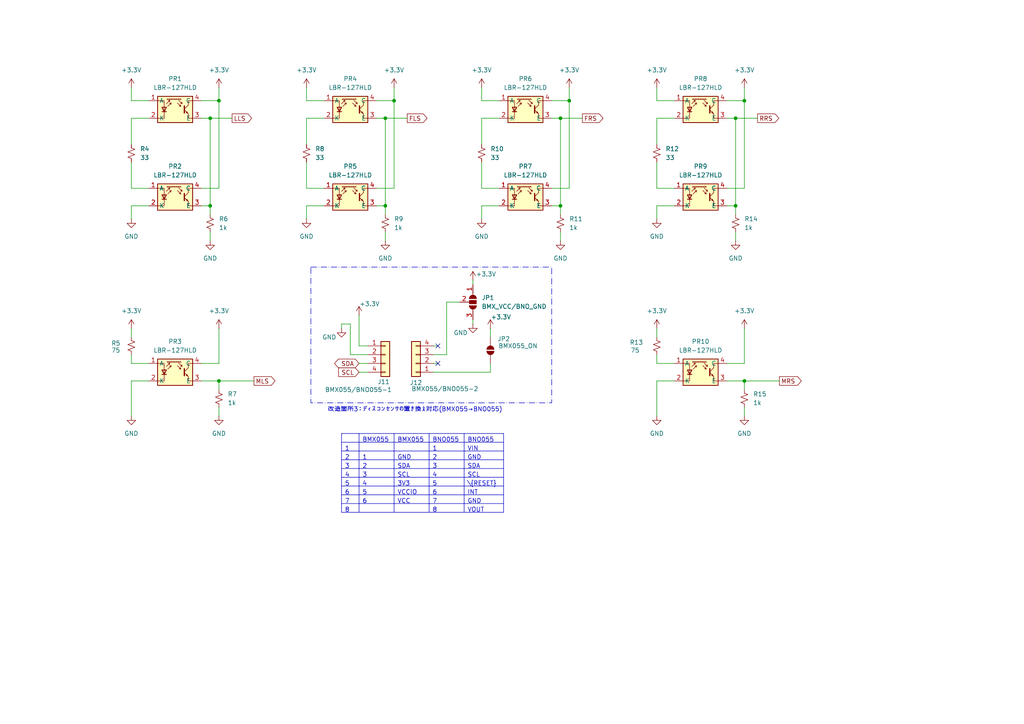
<source format=kicad_sch>
(kicad_sch
	(version 20250114)
	(generator "eeschema")
	(generator_version "9.0")
	(uuid "14d2180d-c0e8-485a-a0f8-5fb53e0bbe73")
	(paper "A4")
	(lib_symbols
		(symbol "Connector_Generic:Conn_01x04"
			(pin_names
				(offset 1.016)
				(hide yes)
			)
			(exclude_from_sim no)
			(in_bom yes)
			(on_board yes)
			(property "Reference" "J"
				(at 0 5.08 0)
				(effects
					(font
						(size 1.27 1.27)
					)
				)
			)
			(property "Value" "Conn_01x04"
				(at 0 -7.62 0)
				(effects
					(font
						(size 1.27 1.27)
					)
				)
			)
			(property "Footprint" ""
				(at 0 0 0)
				(effects
					(font
						(size 1.27 1.27)
					)
					(hide yes)
				)
			)
			(property "Datasheet" "~"
				(at 0 0 0)
				(effects
					(font
						(size 1.27 1.27)
					)
					(hide yes)
				)
			)
			(property "Description" "Generic connector, single row, 01x04, script generated (kicad-library-utils/schlib/autogen/connector/)"
				(at 0 0 0)
				(effects
					(font
						(size 1.27 1.27)
					)
					(hide yes)
				)
			)
			(property "ki_keywords" "connector"
				(at 0 0 0)
				(effects
					(font
						(size 1.27 1.27)
					)
					(hide yes)
				)
			)
			(property "ki_fp_filters" "Connector*:*_1x??_*"
				(at 0 0 0)
				(effects
					(font
						(size 1.27 1.27)
					)
					(hide yes)
				)
			)
			(symbol "Conn_01x04_1_1"
				(rectangle
					(start -1.27 3.81)
					(end 1.27 -6.35)
					(stroke
						(width 0.254)
						(type default)
					)
					(fill
						(type background)
					)
				)
				(rectangle
					(start -1.27 2.667)
					(end 0 2.413)
					(stroke
						(width 0.1524)
						(type default)
					)
					(fill
						(type none)
					)
				)
				(rectangle
					(start -1.27 0.127)
					(end 0 -0.127)
					(stroke
						(width 0.1524)
						(type default)
					)
					(fill
						(type none)
					)
				)
				(rectangle
					(start -1.27 -2.413)
					(end 0 -2.667)
					(stroke
						(width 0.1524)
						(type default)
					)
					(fill
						(type none)
					)
				)
				(rectangle
					(start -1.27 -4.953)
					(end 0 -5.207)
					(stroke
						(width 0.1524)
						(type default)
					)
					(fill
						(type none)
					)
				)
				(pin passive line
					(at -5.08 2.54 0)
					(length 3.81)
					(name "Pin_1"
						(effects
							(font
								(size 1.27 1.27)
							)
						)
					)
					(number "1"
						(effects
							(font
								(size 1.27 1.27)
							)
						)
					)
				)
				(pin passive line
					(at -5.08 0 0)
					(length 3.81)
					(name "Pin_2"
						(effects
							(font
								(size 1.27 1.27)
							)
						)
					)
					(number "2"
						(effects
							(font
								(size 1.27 1.27)
							)
						)
					)
				)
				(pin passive line
					(at -5.08 -2.54 0)
					(length 3.81)
					(name "Pin_3"
						(effects
							(font
								(size 1.27 1.27)
							)
						)
					)
					(number "3"
						(effects
							(font
								(size 1.27 1.27)
							)
						)
					)
				)
				(pin passive line
					(at -5.08 -5.08 0)
					(length 3.81)
					(name "Pin_4"
						(effects
							(font
								(size 1.27 1.27)
							)
						)
					)
					(number "4"
						(effects
							(font
								(size 1.27 1.27)
							)
						)
					)
				)
			)
			(embedded_fonts no)
		)
		(symbol "Device:R_Small_US"
			(pin_numbers
				(hide yes)
			)
			(pin_names
				(offset 0.254)
				(hide yes)
			)
			(exclude_from_sim no)
			(in_bom yes)
			(on_board yes)
			(property "Reference" "R"
				(at 0.762 0.508 0)
				(effects
					(font
						(size 1.27 1.27)
					)
					(justify left)
				)
			)
			(property "Value" "R_Small_US"
				(at 0.762 -1.016 0)
				(effects
					(font
						(size 1.27 1.27)
					)
					(justify left)
				)
			)
			(property "Footprint" ""
				(at 0 0 0)
				(effects
					(font
						(size 1.27 1.27)
					)
					(hide yes)
				)
			)
			(property "Datasheet" "~"
				(at 0 0 0)
				(effects
					(font
						(size 1.27 1.27)
					)
					(hide yes)
				)
			)
			(property "Description" "Resistor, small US symbol"
				(at 0 0 0)
				(effects
					(font
						(size 1.27 1.27)
					)
					(hide yes)
				)
			)
			(property "ki_keywords" "r resistor"
				(at 0 0 0)
				(effects
					(font
						(size 1.27 1.27)
					)
					(hide yes)
				)
			)
			(property "ki_fp_filters" "R_*"
				(at 0 0 0)
				(effects
					(font
						(size 1.27 1.27)
					)
					(hide yes)
				)
			)
			(symbol "R_Small_US_1_1"
				(polyline
					(pts
						(xy 0 1.524) (xy 1.016 1.143) (xy 0 0.762) (xy -1.016 0.381) (xy 0 0)
					)
					(stroke
						(width 0)
						(type default)
					)
					(fill
						(type none)
					)
				)
				(polyline
					(pts
						(xy 0 0) (xy 1.016 -0.381) (xy 0 -0.762) (xy -1.016 -1.143) (xy 0 -1.524)
					)
					(stroke
						(width 0)
						(type default)
					)
					(fill
						(type none)
					)
				)
				(pin passive line
					(at 0 2.54 270)
					(length 1.016)
					(name "~"
						(effects
							(font
								(size 1.27 1.27)
							)
						)
					)
					(number "1"
						(effects
							(font
								(size 1.27 1.27)
							)
						)
					)
				)
				(pin passive line
					(at 0 -2.54 90)
					(length 1.016)
					(name "~"
						(effects
							(font
								(size 1.27 1.27)
							)
						)
					)
					(number "2"
						(effects
							(font
								(size 1.27 1.27)
							)
						)
					)
				)
			)
			(embedded_fonts no)
		)
		(symbol "Jumper:SolderJumper_2_Open"
			(pin_numbers
				(hide yes)
			)
			(pin_names
				(offset 0)
				(hide yes)
			)
			(exclude_from_sim no)
			(in_bom no)
			(on_board yes)
			(property "Reference" "JP"
				(at 0 2.032 0)
				(effects
					(font
						(size 1.27 1.27)
					)
				)
			)
			(property "Value" "SolderJumper_2_Open"
				(at 0 -2.54 0)
				(effects
					(font
						(size 1.27 1.27)
					)
				)
			)
			(property "Footprint" ""
				(at 0 0 0)
				(effects
					(font
						(size 1.27 1.27)
					)
					(hide yes)
				)
			)
			(property "Datasheet" "~"
				(at 0 0 0)
				(effects
					(font
						(size 1.27 1.27)
					)
					(hide yes)
				)
			)
			(property "Description" "Solder Jumper, 2-pole, open"
				(at 0 0 0)
				(effects
					(font
						(size 1.27 1.27)
					)
					(hide yes)
				)
			)
			(property "ki_keywords" "solder jumper SPST"
				(at 0 0 0)
				(effects
					(font
						(size 1.27 1.27)
					)
					(hide yes)
				)
			)
			(property "ki_fp_filters" "SolderJumper*Open*"
				(at 0 0 0)
				(effects
					(font
						(size 1.27 1.27)
					)
					(hide yes)
				)
			)
			(symbol "SolderJumper_2_Open_0_1"
				(polyline
					(pts
						(xy -0.254 1.016) (xy -0.254 -1.016)
					)
					(stroke
						(width 0)
						(type default)
					)
					(fill
						(type none)
					)
				)
				(arc
					(start -0.254 -1.016)
					(mid -1.2656 0)
					(end -0.254 1.016)
					(stroke
						(width 0)
						(type default)
					)
					(fill
						(type none)
					)
				)
				(arc
					(start -0.254 -1.016)
					(mid -1.2656 0)
					(end -0.254 1.016)
					(stroke
						(width 0)
						(type default)
					)
					(fill
						(type outline)
					)
				)
				(arc
					(start 0.254 1.016)
					(mid 1.2656 0)
					(end 0.254 -1.016)
					(stroke
						(width 0)
						(type default)
					)
					(fill
						(type none)
					)
				)
				(arc
					(start 0.254 1.016)
					(mid 1.2656 0)
					(end 0.254 -1.016)
					(stroke
						(width 0)
						(type default)
					)
					(fill
						(type outline)
					)
				)
				(polyline
					(pts
						(xy 0.254 1.016) (xy 0.254 -1.016)
					)
					(stroke
						(width 0)
						(type default)
					)
					(fill
						(type none)
					)
				)
			)
			(symbol "SolderJumper_2_Open_1_1"
				(pin passive line
					(at -3.81 0 0)
					(length 2.54)
					(name "A"
						(effects
							(font
								(size 1.27 1.27)
							)
						)
					)
					(number "1"
						(effects
							(font
								(size 1.27 1.27)
							)
						)
					)
				)
				(pin passive line
					(at 3.81 0 180)
					(length 2.54)
					(name "B"
						(effects
							(font
								(size 1.27 1.27)
							)
						)
					)
					(number "2"
						(effects
							(font
								(size 1.27 1.27)
							)
						)
					)
				)
			)
			(embedded_fonts no)
		)
		(symbol "Jumper:SolderJumper_3_Open"
			(pin_names
				(offset 0)
				(hide yes)
			)
			(exclude_from_sim no)
			(in_bom no)
			(on_board yes)
			(property "Reference" "JP"
				(at -2.54 -2.54 0)
				(effects
					(font
						(size 1.27 1.27)
					)
				)
			)
			(property "Value" "SolderJumper_3_Open"
				(at 0 2.794 0)
				(effects
					(font
						(size 1.27 1.27)
					)
				)
			)
			(property "Footprint" ""
				(at 0 0 0)
				(effects
					(font
						(size 1.27 1.27)
					)
					(hide yes)
				)
			)
			(property "Datasheet" "~"
				(at 0 0 0)
				(effects
					(font
						(size 1.27 1.27)
					)
					(hide yes)
				)
			)
			(property "Description" "Solder Jumper, 3-pole, open"
				(at 0 0 0)
				(effects
					(font
						(size 1.27 1.27)
					)
					(hide yes)
				)
			)
			(property "ki_keywords" "Solder Jumper SPDT"
				(at 0 0 0)
				(effects
					(font
						(size 1.27 1.27)
					)
					(hide yes)
				)
			)
			(property "ki_fp_filters" "SolderJumper*Open*"
				(at 0 0 0)
				(effects
					(font
						(size 1.27 1.27)
					)
					(hide yes)
				)
			)
			(symbol "SolderJumper_3_Open_0_1"
				(polyline
					(pts
						(xy -2.54 0) (xy -2.032 0)
					)
					(stroke
						(width 0)
						(type default)
					)
					(fill
						(type none)
					)
				)
				(polyline
					(pts
						(xy -1.016 1.016) (xy -1.016 -1.016)
					)
					(stroke
						(width 0)
						(type default)
					)
					(fill
						(type none)
					)
				)
				(arc
					(start -1.016 -1.016)
					(mid -2.0276 0)
					(end -1.016 1.016)
					(stroke
						(width 0)
						(type default)
					)
					(fill
						(type none)
					)
				)
				(arc
					(start -1.016 -1.016)
					(mid -2.0276 0)
					(end -1.016 1.016)
					(stroke
						(width 0)
						(type default)
					)
					(fill
						(type outline)
					)
				)
				(rectangle
					(start -0.508 1.016)
					(end 0.508 -1.016)
					(stroke
						(width 0)
						(type default)
					)
					(fill
						(type outline)
					)
				)
				(polyline
					(pts
						(xy 0 -1.27) (xy 0 -1.016)
					)
					(stroke
						(width 0)
						(type default)
					)
					(fill
						(type none)
					)
				)
				(arc
					(start 1.016 1.016)
					(mid 2.0276 0)
					(end 1.016 -1.016)
					(stroke
						(width 0)
						(type default)
					)
					(fill
						(type none)
					)
				)
				(arc
					(start 1.016 1.016)
					(mid 2.0276 0)
					(end 1.016 -1.016)
					(stroke
						(width 0)
						(type default)
					)
					(fill
						(type outline)
					)
				)
				(polyline
					(pts
						(xy 1.016 1.016) (xy 1.016 -1.016)
					)
					(stroke
						(width 0)
						(type default)
					)
					(fill
						(type none)
					)
				)
				(polyline
					(pts
						(xy 2.54 0) (xy 2.032 0)
					)
					(stroke
						(width 0)
						(type default)
					)
					(fill
						(type none)
					)
				)
			)
			(symbol "SolderJumper_3_Open_1_1"
				(pin passive line
					(at -5.08 0 0)
					(length 2.54)
					(name "A"
						(effects
							(font
								(size 1.27 1.27)
							)
						)
					)
					(number "1"
						(effects
							(font
								(size 1.27 1.27)
							)
						)
					)
				)
				(pin passive line
					(at 0 -3.81 90)
					(length 2.54)
					(name "C"
						(effects
							(font
								(size 1.27 1.27)
							)
						)
					)
					(number "2"
						(effects
							(font
								(size 1.27 1.27)
							)
						)
					)
				)
				(pin passive line
					(at 5.08 0 180)
					(length 2.54)
					(name "B"
						(effects
							(font
								(size 1.27 1.27)
							)
						)
					)
					(number "3"
						(effects
							(font
								(size 1.27 1.27)
							)
						)
					)
				)
			)
			(embedded_fonts no)
		)
		(symbol "PhotoRef_org:LBR-127HLD"
			(exclude_from_sim no)
			(in_bom yes)
			(on_board yes)
			(property "Reference" "PR"
				(at 0 -5.08 0)
				(effects
					(font
						(size 1.27 1.27)
					)
				)
			)
			(property "Value" "LBR-127HLD"
				(at -0.254 -7.366 0)
				(effects
					(font
						(size 1.27 1.27)
					)
				)
			)
			(property "Footprint" ""
				(at 0 0 0)
				(effects
					(font
						(size 1.27 1.27)
					)
					(hide yes)
				)
			)
			(property "Datasheet" ""
				(at 0 0 0)
				(effects
					(font
						(size 1.27 1.27)
					)
					(hide yes)
				)
			)
			(property "Description" ""
				(at 0 0 0)
				(effects
					(font
						(size 1.27 1.27)
					)
					(hide yes)
				)
			)
			(symbol "LBR-127HLD_0_1"
				(polyline
					(pts
						(xy -5.08 -2.54) (xy -3.175 -2.54) (xy -3.175 2.54) (xy -5.08 2.54)
					)
					(stroke
						(width 0)
						(type default)
					)
					(fill
						(type none)
					)
				)
				(polyline
					(pts
						(xy -5.08 -3.81) (xy 5.08 -3.81) (xy 5.08 3.81) (xy -5.08 3.81) (xy -5.08 -3.81)
					)
					(stroke
						(width 0.254)
						(type default)
					)
					(fill
						(type background)
					)
				)
				(polyline
					(pts
						(xy -3.81 -0.635) (xy -2.54 -0.635)
					)
					(stroke
						(width 0.254)
						(type default)
					)
					(fill
						(type none)
					)
				)
				(polyline
					(pts
						(xy -3.175 -0.635) (xy -3.81 0.635) (xy -2.54 0.635) (xy -3.175 -0.635)
					)
					(stroke
						(width 0.254)
						(type default)
					)
					(fill
						(type none)
					)
				)
				(polyline
					(pts
						(xy -2.54 1.651) (xy -1.524 2.667) (xy -2.032 2.54)
					)
					(stroke
						(width 0)
						(type default)
					)
					(fill
						(type none)
					)
				)
				(polyline
					(pts
						(xy -2.286 2.921) (xy -2.032 3.175)
					)
					(stroke
						(width 0)
						(type default)
					)
					(fill
						(type none)
					)
				)
				(polyline
					(pts
						(xy -2.159 0.889) (xy -1.143 1.905) (xy -1.651 1.778)
					)
					(stroke
						(width 0)
						(type default)
					)
					(fill
						(type none)
					)
				)
				(polyline
					(pts
						(xy -1.778 2.921) (xy -1.524 3.175)
					)
					(stroke
						(width 0)
						(type default)
					)
					(fill
						(type none)
					)
				)
				(polyline
					(pts
						(xy -1.524 2.667) (xy -1.651 2.159)
					)
					(stroke
						(width 0)
						(type default)
					)
					(fill
						(type none)
					)
				)
				(polyline
					(pts
						(xy -1.27 2.921) (xy -1.016 3.175)
					)
					(stroke
						(width 0)
						(type default)
					)
					(fill
						(type none)
					)
				)
				(polyline
					(pts
						(xy -1.143 1.905) (xy -1.27 1.397)
					)
					(stroke
						(width 0)
						(type default)
					)
					(fill
						(type none)
					)
				)
				(polyline
					(pts
						(xy -0.762 2.921) (xy -0.508 3.175)
					)
					(stroke
						(width 0)
						(type default)
					)
					(fill
						(type none)
					)
				)
				(polyline
					(pts
						(xy -0.254 2.921) (xy 0 3.175)
					)
					(stroke
						(width 0)
						(type default)
					)
					(fill
						(type none)
					)
				)
				(polyline
					(pts
						(xy 0.254 2.921) (xy 0.508 3.175)
					)
					(stroke
						(width 0)
						(type default)
					)
					(fill
						(type none)
					)
				)
				(polyline
					(pts
						(xy 0.635 1.905) (xy 1.651 0.889) (xy 1.524 1.397)
					)
					(stroke
						(width 0)
						(type default)
					)
					(fill
						(type none)
					)
				)
				(polyline
					(pts
						(xy 0.762 2.921) (xy 1.016 3.175)
					)
					(stroke
						(width 0)
						(type default)
					)
					(fill
						(type none)
					)
				)
				(polyline
					(pts
						(xy 1.016 2.667) (xy 2.032 1.651) (xy 1.905 2.159)
					)
					(stroke
						(width 0)
						(type default)
					)
					(fill
						(type none)
					)
				)
				(polyline
					(pts
						(xy 1.27 2.921) (xy 1.524 3.175)
					)
					(stroke
						(width 0)
						(type default)
					)
					(fill
						(type none)
					)
				)
				(polyline
					(pts
						(xy 1.651 0.889) (xy 1.143 1.016)
					)
					(stroke
						(width 0)
						(type default)
					)
					(fill
						(type none)
					)
				)
				(polyline
					(pts
						(xy 1.778 2.921) (xy -2.413 2.921)
					)
					(stroke
						(width 0)
						(type default)
					)
					(fill
						(type none)
					)
				)
				(polyline
					(pts
						(xy 2.032 1.651) (xy 1.524 1.778)
					)
					(stroke
						(width 0)
						(type default)
					)
					(fill
						(type none)
					)
				)
				(polyline
					(pts
						(xy 2.667 1.016) (xy 2.667 -1.016) (xy 2.667 -1.016)
					)
					(stroke
						(width 0.3556)
						(type default)
					)
					(fill
						(type none)
					)
				)
				(polyline
					(pts
						(xy 2.667 0.127) (xy 3.81 1.27)
					)
					(stroke
						(width 0)
						(type default)
					)
					(fill
						(type none)
					)
				)
				(polyline
					(pts
						(xy 2.667 -0.127) (xy 3.81 -1.27)
					)
					(stroke
						(width 0)
						(type default)
					)
					(fill
						(type none)
					)
				)
				(polyline
					(pts
						(xy 3.683 -1.143) (xy 3.429 -0.635) (xy 3.175 -0.889) (xy 3.683 -1.143)
					)
					(stroke
						(width 0)
						(type default)
					)
					(fill
						(type none)
					)
				)
				(polyline
					(pts
						(xy 3.81 1.27) (xy 3.81 2.54) (xy 5.08 2.54)
					)
					(stroke
						(width 0)
						(type default)
					)
					(fill
						(type none)
					)
				)
				(polyline
					(pts
						(xy 3.81 -1.27) (xy 3.81 -2.54) (xy 5.08 -2.54)
					)
					(stroke
						(width 0)
						(type default)
					)
					(fill
						(type none)
					)
				)
			)
			(symbol "LBR-127HLD_1_1"
				(pin passive line
					(at -7.62 2.54 0)
					(length 2.54)
					(name "A"
						(effects
							(font
								(size 1.27 1.27)
							)
						)
					)
					(number "1"
						(effects
							(font
								(size 1.27 1.27)
							)
						)
					)
				)
				(pin passive line
					(at -7.62 -2.54 0)
					(length 2.54)
					(name "K"
						(effects
							(font
								(size 1.27 1.27)
							)
						)
					)
					(number "2"
						(effects
							(font
								(size 1.27 1.27)
							)
						)
					)
				)
				(pin passive line
					(at 7.62 2.54 180)
					(length 2.54)
					(name "C"
						(effects
							(font
								(size 1.27 1.27)
							)
						)
					)
					(number "4"
						(effects
							(font
								(size 1.27 1.27)
							)
						)
					)
				)
				(pin passive line
					(at 7.62 -2.54 180)
					(length 2.54)
					(name "E"
						(effects
							(font
								(size 1.27 1.27)
							)
						)
					)
					(number "3"
						(effects
							(font
								(size 1.27 1.27)
							)
						)
					)
				)
			)
			(embedded_fonts no)
		)
		(symbol "power:+3.3V"
			(power)
			(pin_numbers
				(hide yes)
			)
			(pin_names
				(offset 0)
				(hide yes)
			)
			(exclude_from_sim no)
			(in_bom yes)
			(on_board yes)
			(property "Reference" "#PWR"
				(at 0 -3.81 0)
				(effects
					(font
						(size 1.27 1.27)
					)
					(hide yes)
				)
			)
			(property "Value" "+3.3V"
				(at 0 3.556 0)
				(effects
					(font
						(size 1.27 1.27)
					)
				)
			)
			(property "Footprint" ""
				(at 0 0 0)
				(effects
					(font
						(size 1.27 1.27)
					)
					(hide yes)
				)
			)
			(property "Datasheet" ""
				(at 0 0 0)
				(effects
					(font
						(size 1.27 1.27)
					)
					(hide yes)
				)
			)
			(property "Description" "Power symbol creates a global label with name \"+3.3V\""
				(at 0 0 0)
				(effects
					(font
						(size 1.27 1.27)
					)
					(hide yes)
				)
			)
			(property "ki_keywords" "global power"
				(at 0 0 0)
				(effects
					(font
						(size 1.27 1.27)
					)
					(hide yes)
				)
			)
			(symbol "+3.3V_0_1"
				(polyline
					(pts
						(xy -0.762 1.27) (xy 0 2.54)
					)
					(stroke
						(width 0)
						(type default)
					)
					(fill
						(type none)
					)
				)
				(polyline
					(pts
						(xy 0 2.54) (xy 0.762 1.27)
					)
					(stroke
						(width 0)
						(type default)
					)
					(fill
						(type none)
					)
				)
				(polyline
					(pts
						(xy 0 0) (xy 0 2.54)
					)
					(stroke
						(width 0)
						(type default)
					)
					(fill
						(type none)
					)
				)
			)
			(symbol "+3.3V_1_1"
				(pin power_in line
					(at 0 0 90)
					(length 0)
					(name "~"
						(effects
							(font
								(size 1.27 1.27)
							)
						)
					)
					(number "1"
						(effects
							(font
								(size 1.27 1.27)
							)
						)
					)
				)
			)
			(embedded_fonts no)
		)
		(symbol "power:GND"
			(power)
			(pin_numbers
				(hide yes)
			)
			(pin_names
				(offset 0)
				(hide yes)
			)
			(exclude_from_sim no)
			(in_bom yes)
			(on_board yes)
			(property "Reference" "#PWR"
				(at 0 -6.35 0)
				(effects
					(font
						(size 1.27 1.27)
					)
					(hide yes)
				)
			)
			(property "Value" "GND"
				(at 0 -3.81 0)
				(effects
					(font
						(size 1.27 1.27)
					)
				)
			)
			(property "Footprint" ""
				(at 0 0 0)
				(effects
					(font
						(size 1.27 1.27)
					)
					(hide yes)
				)
			)
			(property "Datasheet" ""
				(at 0 0 0)
				(effects
					(font
						(size 1.27 1.27)
					)
					(hide yes)
				)
			)
			(property "Description" "Power symbol creates a global label with name \"GND\" , ground"
				(at 0 0 0)
				(effects
					(font
						(size 1.27 1.27)
					)
					(hide yes)
				)
			)
			(property "ki_keywords" "global power"
				(at 0 0 0)
				(effects
					(font
						(size 1.27 1.27)
					)
					(hide yes)
				)
			)
			(symbol "GND_0_1"
				(polyline
					(pts
						(xy 0 0) (xy 0 -1.27) (xy 1.27 -1.27) (xy 0 -2.54) (xy -1.27 -1.27) (xy 0 -1.27)
					)
					(stroke
						(width 0)
						(type default)
					)
					(fill
						(type none)
					)
				)
			)
			(symbol "GND_1_1"
				(pin power_in line
					(at 0 0 270)
					(length 0)
					(name "~"
						(effects
							(font
								(size 1.27 1.27)
							)
						)
					)
					(number "1"
						(effects
							(font
								(size 1.27 1.27)
							)
						)
					)
				)
			)
			(embedded_fonts no)
		)
	)
	(rectangle
		(start 90.17 77.47)
		(end 160.02 116.84)
		(stroke
			(width 0)
			(type dash_dot)
		)
		(fill
			(type none)
		)
		(uuid fdff95bc-c532-4753-a573-ecd04263fa91)
	)
	(text "改造箇所3：ディスコンセンサの置き換え対応(BMX055→BNO055)"
		(exclude_from_sim no)
		(at 120.396 118.872 0)
		(effects
			(font
				(size 1.27 1.27)
			)
		)
		(uuid "ab4007b8-ce88-4405-ad41-0a4dc983482b")
	)
	(junction
		(at 111.76 59.69)
		(diameter 0)
		(color 0 0 0 0)
		(uuid "034c44e4-b659-4f05-8cf4-1905545d93df")
	)
	(junction
		(at 114.3 29.21)
		(diameter 0)
		(color 0 0 0 0)
		(uuid "195df190-2c32-446c-8251-1667b9f53f5f")
	)
	(junction
		(at 63.5 29.21)
		(diameter 0)
		(color 0 0 0 0)
		(uuid "2dd5e4bb-faf4-4122-ab7a-c3a97f01fa4c")
	)
	(junction
		(at 111.76 34.29)
		(diameter 0)
		(color 0 0 0 0)
		(uuid "2e5d1c80-cde5-491e-b946-e927fb4c26b1")
	)
	(junction
		(at 165.1 29.21)
		(diameter 0)
		(color 0 0 0 0)
		(uuid "4ef2c640-0ce3-45dd-ad67-49ab4fbc6c08")
	)
	(junction
		(at 63.5 110.49)
		(diameter 0)
		(color 0 0 0 0)
		(uuid "66549406-e364-47de-b494-a8cd0a203fff")
	)
	(junction
		(at 213.36 34.29)
		(diameter 0)
		(color 0 0 0 0)
		(uuid "6bea70cb-ae1c-49b0-a6bc-3fc2b53b486e")
	)
	(junction
		(at 162.56 59.69)
		(diameter 0)
		(color 0 0 0 0)
		(uuid "999b65c3-9c4f-4da8-aff9-a84f4fbdd519")
	)
	(junction
		(at 162.56 34.29)
		(diameter 0)
		(color 0 0 0 0)
		(uuid "9d193099-c7b6-476a-b8b9-0132fe098450")
	)
	(junction
		(at 215.9 29.21)
		(diameter 0)
		(color 0 0 0 0)
		(uuid "9f438975-e83f-403b-afee-eb5e9ced08e1")
	)
	(junction
		(at 60.96 59.69)
		(diameter 0)
		(color 0 0 0 0)
		(uuid "a1f81945-f1c7-409a-b2e0-8d436321e321")
	)
	(junction
		(at 60.96 34.29)
		(diameter 0)
		(color 0 0 0 0)
		(uuid "bc333570-e38d-4b24-b741-9524b2695b0a")
	)
	(junction
		(at 215.9 110.49)
		(diameter 0)
		(color 0 0 0 0)
		(uuid "ca5dc1f5-2d43-4a30-b440-7b49bb97a817")
	)
	(junction
		(at 213.36 59.69)
		(diameter 0)
		(color 0 0 0 0)
		(uuid "fcb47d26-4be5-4911-8d7b-6d7f0026d490")
	)
	(no_connect
		(at 127 100.33)
		(uuid "081b873d-59d7-499e-9b7e-0fd386da4731")
	)
	(no_connect
		(at 127 105.41)
		(uuid "956d2523-1be2-4c07-9c3e-598bb4998414")
	)
	(wire
		(pts
			(xy 215.9 113.03) (xy 215.9 110.49)
		)
		(stroke
			(width 0)
			(type default)
		)
		(uuid "02309b44-ef30-40ae-9e3b-998de549fe1d")
	)
	(wire
		(pts
			(xy 63.5 105.41) (xy 58.42 105.41)
		)
		(stroke
			(width 0)
			(type default)
		)
		(uuid "06b5c537-2898-4550-a49e-7fd8f591b3ce")
	)
	(wire
		(pts
			(xy 63.5 95.25) (xy 63.5 105.41)
		)
		(stroke
			(width 0)
			(type default)
		)
		(uuid "091e32b8-da04-4fb7-ab2e-27b3fec1b739")
	)
	(wire
		(pts
			(xy 210.82 110.49) (xy 215.9 110.49)
		)
		(stroke
			(width 0)
			(type default)
		)
		(uuid "093f05fe-0219-41c5-8228-dfbf661ae120")
	)
	(wire
		(pts
			(xy 38.1 29.21) (xy 38.1 25.4)
		)
		(stroke
			(width 0)
			(type default)
		)
		(uuid "0c1ac846-1b07-471c-9232-266948636baa")
	)
	(wire
		(pts
			(xy 210.82 34.29) (xy 213.36 34.29)
		)
		(stroke
			(width 0)
			(type default)
		)
		(uuid "0cad53c8-103a-4818-9292-0ee71b01d809")
	)
	(wire
		(pts
			(xy 114.3 29.21) (xy 109.22 29.21)
		)
		(stroke
			(width 0)
			(type default)
		)
		(uuid "0fb9e840-f762-43ae-8427-6b3730b7ea80")
	)
	(wire
		(pts
			(xy 93.98 59.69) (xy 88.9 59.69)
		)
		(stroke
			(width 0)
			(type default)
		)
		(uuid "0fbd4deb-eaf9-484c-8c93-cc506f1cb069")
	)
	(wire
		(pts
			(xy 190.5 54.61) (xy 190.5 46.99)
		)
		(stroke
			(width 0)
			(type default)
		)
		(uuid "111e4b4d-2ffe-4a89-bc8d-3bf69c134441")
	)
	(wire
		(pts
			(xy 38.1 41.91) (xy 38.1 34.29)
		)
		(stroke
			(width 0)
			(type default)
		)
		(uuid "115a769f-6ca0-4375-93e6-b08c056a014a")
	)
	(wire
		(pts
			(xy 38.1 110.49) (xy 43.18 110.49)
		)
		(stroke
			(width 0)
			(type default)
		)
		(uuid "121b8f75-a536-41f1-9973-ef283d5c2039")
	)
	(wire
		(pts
			(xy 58.42 34.29) (xy 60.96 34.29)
		)
		(stroke
			(width 0)
			(type default)
		)
		(uuid "1466c80f-e93e-49d4-838f-44dcbbed13ee")
	)
	(wire
		(pts
			(xy 58.42 110.49) (xy 63.5 110.49)
		)
		(stroke
			(width 0)
			(type default)
		)
		(uuid "16b51282-01e6-4c07-80ac-53e3470340e7")
	)
	(wire
		(pts
			(xy 111.76 34.29) (xy 118.11 34.29)
		)
		(stroke
			(width 0)
			(type default)
		)
		(uuid "17374610-09ba-409c-9ff9-9284bafbd2a5")
	)
	(wire
		(pts
			(xy 190.5 29.21) (xy 190.5 25.4)
		)
		(stroke
			(width 0)
			(type default)
		)
		(uuid "182d50ed-5e30-4deb-bfbd-2d7adaa819b5")
	)
	(wire
		(pts
			(xy 137.16 92.71) (xy 137.16 93.98)
		)
		(stroke
			(width 0)
			(type default)
		)
		(uuid "1dca6421-9ade-4a59-9249-dc006f8293d6")
	)
	(wire
		(pts
			(xy 190.5 120.65) (xy 190.5 110.49)
		)
		(stroke
			(width 0)
			(type default)
		)
		(uuid "211d205c-8831-4d46-8daa-6532938c5cfa")
	)
	(wire
		(pts
			(xy 195.58 29.21) (xy 190.5 29.21)
		)
		(stroke
			(width 0)
			(type default)
		)
		(uuid "22724473-3f9a-4040-bfd5-b174aad1f3fb")
	)
	(wire
		(pts
			(xy 144.78 54.61) (xy 139.7 54.61)
		)
		(stroke
			(width 0)
			(type default)
		)
		(uuid "2573dd5a-9b54-4e21-9005-bd1e5942c2a5")
	)
	(wire
		(pts
			(xy 190.5 110.49) (xy 195.58 110.49)
		)
		(stroke
			(width 0)
			(type default)
		)
		(uuid "2a01ac4b-a068-4a5d-bc9b-2e5df5126ce1")
	)
	(wire
		(pts
			(xy 165.1 29.21) (xy 160.02 29.21)
		)
		(stroke
			(width 0)
			(type default)
		)
		(uuid "2aa68ad8-175e-43fd-8252-6cba7faca084")
	)
	(wire
		(pts
			(xy 88.9 54.61) (xy 88.9 46.99)
		)
		(stroke
			(width 0)
			(type default)
		)
		(uuid "2e2d9ae6-ff81-4670-90d2-2668206a7846")
	)
	(wire
		(pts
			(xy 144.78 29.21) (xy 139.7 29.21)
		)
		(stroke
			(width 0)
			(type default)
		)
		(uuid "3099e773-39f9-41d4-8bfd-1d017bf9fc96")
	)
	(wire
		(pts
			(xy 60.96 34.29) (xy 60.96 59.69)
		)
		(stroke
			(width 0)
			(type default)
		)
		(uuid "31f00cc2-686b-4120-a9b8-90959a88f802")
	)
	(wire
		(pts
			(xy 210.82 59.69) (xy 213.36 59.69)
		)
		(stroke
			(width 0)
			(type default)
		)
		(uuid "327a7b35-b418-4cfa-ba0a-090cf44a7345")
	)
	(wire
		(pts
			(xy 60.96 67.31) (xy 60.96 69.85)
		)
		(stroke
			(width 0)
			(type default)
		)
		(uuid "327b896a-67e6-469c-b446-b0b5ae146075")
	)
	(wire
		(pts
			(xy 190.5 105.41) (xy 195.58 105.41)
		)
		(stroke
			(width 0)
			(type default)
		)
		(uuid "3a992e8c-9e90-46d8-bd3c-58290bd6c630")
	)
	(wire
		(pts
			(xy 190.5 59.69) (xy 190.5 63.5)
		)
		(stroke
			(width 0)
			(type default)
		)
		(uuid "3cd13875-71a3-4c1e-a945-da8aa82c9e40")
	)
	(wire
		(pts
			(xy 144.78 59.69) (xy 139.7 59.69)
		)
		(stroke
			(width 0)
			(type default)
		)
		(uuid "3dca919c-1368-48de-abf2-740b8a9fa201")
	)
	(wire
		(pts
			(xy 109.22 34.29) (xy 111.76 34.29)
		)
		(stroke
			(width 0)
			(type default)
		)
		(uuid "3f342e34-fd60-4297-8dbb-12706afe6e80")
	)
	(wire
		(pts
			(xy 38.1 102.87) (xy 38.1 105.41)
		)
		(stroke
			(width 0)
			(type default)
		)
		(uuid "42d6be02-2264-4674-ab8b-d2bb104bcb87")
	)
	(wire
		(pts
			(xy 114.3 54.61) (xy 114.3 29.21)
		)
		(stroke
			(width 0)
			(type default)
		)
		(uuid "434c220b-f853-474f-86f8-f767d30c4fbe")
	)
	(wire
		(pts
			(xy 165.1 54.61) (xy 165.1 29.21)
		)
		(stroke
			(width 0)
			(type default)
		)
		(uuid "4446d221-da04-47b8-b098-f96482bee9d1")
	)
	(wire
		(pts
			(xy 43.18 54.61) (xy 38.1 54.61)
		)
		(stroke
			(width 0)
			(type default)
		)
		(uuid "4460c495-4d73-4db3-91c9-00dd1a49bf66")
	)
	(wire
		(pts
			(xy 38.1 105.41) (xy 43.18 105.41)
		)
		(stroke
			(width 0)
			(type default)
		)
		(uuid "45b11ef7-ab8f-40b3-ab4b-887ee5b809e7")
	)
	(wire
		(pts
			(xy 93.98 29.21) (xy 88.9 29.21)
		)
		(stroke
			(width 0)
			(type default)
		)
		(uuid "46b70f87-5057-43a2-81e8-a6137704ed11")
	)
	(wire
		(pts
			(xy 160.02 59.69) (xy 162.56 59.69)
		)
		(stroke
			(width 0)
			(type default)
		)
		(uuid "47645781-be31-4bd4-8bd3-dea23f9d0220")
	)
	(wire
		(pts
			(xy 213.36 34.29) (xy 213.36 59.69)
		)
		(stroke
			(width 0)
			(type default)
		)
		(uuid "4cee300d-8dc7-4f3f-ac8d-74eef6b24813")
	)
	(wire
		(pts
			(xy 190.5 34.29) (xy 195.58 34.29)
		)
		(stroke
			(width 0)
			(type default)
		)
		(uuid "4e7c7d12-9235-4564-ba35-7119785d4169")
	)
	(wire
		(pts
			(xy 139.7 41.91) (xy 139.7 34.29)
		)
		(stroke
			(width 0)
			(type default)
		)
		(uuid "52af78e6-da8d-4a3c-9790-55f5277b9cc9")
	)
	(wire
		(pts
			(xy 160.02 34.29) (xy 162.56 34.29)
		)
		(stroke
			(width 0)
			(type default)
		)
		(uuid "550c3dbe-09ab-4a3f-bf70-d80d58570fc7")
	)
	(wire
		(pts
			(xy 93.98 54.61) (xy 88.9 54.61)
		)
		(stroke
			(width 0)
			(type default)
		)
		(uuid "57749b6f-918b-4f39-909c-c6f885f4efd8")
	)
	(wire
		(pts
			(xy 88.9 34.29) (xy 93.98 34.29)
		)
		(stroke
			(width 0)
			(type default)
		)
		(uuid "5aa78f1d-a2f6-4315-b6d2-35b492fce51f")
	)
	(wire
		(pts
			(xy 99.06 93.98) (xy 99.06 95.25)
		)
		(stroke
			(width 0)
			(type default)
		)
		(uuid "5af1a7cd-a1fb-4fd5-b736-4b2b823dbeac")
	)
	(wire
		(pts
			(xy 139.7 29.21) (xy 139.7 25.4)
		)
		(stroke
			(width 0)
			(type default)
		)
		(uuid "5da8fb8b-69a3-4fcc-b81d-78de39f08d19")
	)
	(wire
		(pts
			(xy 190.5 95.25) (xy 190.5 97.79)
		)
		(stroke
			(width 0)
			(type default)
		)
		(uuid "5e04d7a8-48f1-4355-9238-390048ff503c")
	)
	(wire
		(pts
			(xy 125.73 107.95) (xy 142.24 107.95)
		)
		(stroke
			(width 0)
			(type default)
		)
		(uuid "701ac55f-56a7-47ec-a08a-d79e36e4bf8a")
	)
	(wire
		(pts
			(xy 195.58 54.61) (xy 190.5 54.61)
		)
		(stroke
			(width 0)
			(type default)
		)
		(uuid "71a4cb28-4709-4aa1-8b1e-40e597413660")
	)
	(wire
		(pts
			(xy 63.5 110.49) (xy 73.66 110.49)
		)
		(stroke
			(width 0)
			(type default)
		)
		(uuid "73de9fbb-4693-42e5-85f9-632fa15bb7ec")
	)
	(wire
		(pts
			(xy 215.9 29.21) (xy 210.82 29.21)
		)
		(stroke
			(width 0)
			(type default)
		)
		(uuid "78a8078c-0bd8-4896-8ee7-4724d193e9d3")
	)
	(wire
		(pts
			(xy 111.76 67.31) (xy 111.76 69.85)
		)
		(stroke
			(width 0)
			(type default)
		)
		(uuid "797dc1fc-7cfe-4590-af61-0e0612b81d48")
	)
	(wire
		(pts
			(xy 129.54 87.63) (xy 129.54 102.87)
		)
		(stroke
			(width 0)
			(type default)
		)
		(uuid "7a4e03c0-cace-410f-8dca-7392f1632cef")
	)
	(wire
		(pts
			(xy 190.5 102.87) (xy 190.5 105.41)
		)
		(stroke
			(width 0)
			(type default)
		)
		(uuid "7c18bab2-0917-47e3-8848-19b232089a1d")
	)
	(wire
		(pts
			(xy 133.35 87.63) (xy 129.54 87.63)
		)
		(stroke
			(width 0)
			(type default)
		)
		(uuid "7e101abd-5453-4b54-b3eb-634bf8f98011")
	)
	(wire
		(pts
			(xy 162.56 34.29) (xy 168.91 34.29)
		)
		(stroke
			(width 0)
			(type default)
		)
		(uuid "7f9ec7b6-dec0-486b-81b4-ab591ea2b815")
	)
	(wire
		(pts
			(xy 137.16 82.55) (xy 137.16 81.28)
		)
		(stroke
			(width 0)
			(type default)
		)
		(uuid "82713c8c-bc1e-47eb-98ef-e63e58fc60ba")
	)
	(wire
		(pts
			(xy 63.5 54.61) (xy 63.5 29.21)
		)
		(stroke
			(width 0)
			(type default)
		)
		(uuid "83e2ab26-d5e9-447d-972e-84c29f9132cc")
	)
	(wire
		(pts
			(xy 58.42 59.69) (xy 60.96 59.69)
		)
		(stroke
			(width 0)
			(type default)
		)
		(uuid "842ab036-623f-44ac-8649-a84b79a2702e")
	)
	(wire
		(pts
			(xy 139.7 34.29) (xy 144.78 34.29)
		)
		(stroke
			(width 0)
			(type default)
		)
		(uuid "86af063a-4413-40fa-8f44-fb91c59246b6")
	)
	(wire
		(pts
			(xy 88.9 59.69) (xy 88.9 63.5)
		)
		(stroke
			(width 0)
			(type default)
		)
		(uuid "894c8169-93f8-4e28-9878-83e9c5e1d562")
	)
	(wire
		(pts
			(xy 104.14 100.33) (xy 106.68 100.33)
		)
		(stroke
			(width 0)
			(type default)
		)
		(uuid "8d87a8ff-1b39-4417-90bb-ccb7489acc09")
	)
	(wire
		(pts
			(xy 195.58 59.69) (xy 190.5 59.69)
		)
		(stroke
			(width 0)
			(type default)
		)
		(uuid "8ddafc20-d249-49d6-a942-6f3c76fd49d7")
	)
	(wire
		(pts
			(xy 88.9 41.91) (xy 88.9 34.29)
		)
		(stroke
			(width 0)
			(type default)
		)
		(uuid "8f5f9540-25c3-4f5d-991e-3fd65f10c145")
	)
	(wire
		(pts
			(xy 104.14 91.44) (xy 104.14 100.33)
		)
		(stroke
			(width 0)
			(type default)
		)
		(uuid "9145ebbc-87e0-462e-856e-308f7e48e117")
	)
	(wire
		(pts
			(xy 43.18 29.21) (xy 38.1 29.21)
		)
		(stroke
			(width 0)
			(type default)
		)
		(uuid "923adee7-e0e8-4147-ac63-2094223a9197")
	)
	(wire
		(pts
			(xy 38.1 95.25) (xy 38.1 97.79)
		)
		(stroke
			(width 0)
			(type default)
		)
		(uuid "93188659-d5f9-4443-ad06-9b46c79bc34d")
	)
	(wire
		(pts
			(xy 101.6 102.87) (xy 106.68 102.87)
		)
		(stroke
			(width 0)
			(type default)
		)
		(uuid "97a056f6-4320-497f-b7b4-0d0321f4a8ed")
	)
	(wire
		(pts
			(xy 63.5 25.4) (xy 63.5 29.21)
		)
		(stroke
			(width 0)
			(type default)
		)
		(uuid "98f88978-2f9d-4ac1-b030-421539d8cec3")
	)
	(wire
		(pts
			(xy 38.1 120.65) (xy 38.1 110.49)
		)
		(stroke
			(width 0)
			(type default)
		)
		(uuid "a01f03b5-bb94-43dd-8544-8405e79268ff")
	)
	(wire
		(pts
			(xy 125.73 100.33) (xy 127 100.33)
		)
		(stroke
			(width 0)
			(type default)
		)
		(uuid "a0ba2062-9309-4792-8282-afd7cc2f59ac")
	)
	(wire
		(pts
			(xy 38.1 59.69) (xy 38.1 63.5)
		)
		(stroke
			(width 0)
			(type default)
		)
		(uuid "a26f1f3f-43d7-4073-965c-4d56597a1be6")
	)
	(wire
		(pts
			(xy 109.22 54.61) (xy 114.3 54.61)
		)
		(stroke
			(width 0)
			(type default)
		)
		(uuid "a494e51b-a7e5-4c96-be4b-bf6f884159f3")
	)
	(wire
		(pts
			(xy 38.1 54.61) (xy 38.1 46.99)
		)
		(stroke
			(width 0)
			(type default)
		)
		(uuid "a718ff95-b5ee-430f-8931-0aec693351ae")
	)
	(wire
		(pts
			(xy 101.6 102.87) (xy 101.6 93.98)
		)
		(stroke
			(width 0)
			(type default)
		)
		(uuid "a7bbda7c-b4d9-4ce5-a2b6-8540943f0b94")
	)
	(wire
		(pts
			(xy 104.14 107.95) (xy 106.68 107.95)
		)
		(stroke
			(width 0)
			(type default)
		)
		(uuid "a97861d1-8c1d-4cc9-934d-0a6ca0d0845e")
	)
	(wire
		(pts
			(xy 125.73 105.41) (xy 127 105.41)
		)
		(stroke
			(width 0)
			(type default)
		)
		(uuid "aaf439a6-030e-42c3-8164-e787bc986862")
	)
	(wire
		(pts
			(xy 111.76 34.29) (xy 111.76 59.69)
		)
		(stroke
			(width 0)
			(type default)
		)
		(uuid "ab9c53d2-d083-4657-82d0-9eaa74f01ca8")
	)
	(wire
		(pts
			(xy 60.96 59.69) (xy 60.96 62.23)
		)
		(stroke
			(width 0)
			(type default)
		)
		(uuid "ac10c0da-4f33-4432-9cfe-dd4cc502c235")
	)
	(wire
		(pts
			(xy 213.36 34.29) (xy 219.71 34.29)
		)
		(stroke
			(width 0)
			(type default)
		)
		(uuid "ac54c757-bfad-42fb-885b-16370a9db4b3")
	)
	(wire
		(pts
			(xy 63.5 118.11) (xy 63.5 120.65)
		)
		(stroke
			(width 0)
			(type default)
		)
		(uuid "b4078d02-b5bb-435c-8b25-2f056e584948")
	)
	(wire
		(pts
			(xy 43.18 59.69) (xy 38.1 59.69)
		)
		(stroke
			(width 0)
			(type default)
		)
		(uuid "b4d6d66d-17a1-4bac-a218-53404842be94")
	)
	(wire
		(pts
			(xy 215.9 25.4) (xy 215.9 29.21)
		)
		(stroke
			(width 0)
			(type default)
		)
		(uuid "bb26058b-9930-40ee-8136-2a0062a3f715")
	)
	(wire
		(pts
			(xy 142.24 95.25) (xy 142.24 97.79)
		)
		(stroke
			(width 0)
			(type default)
		)
		(uuid "bdaa8f71-9650-44d7-8239-680ea5e4c89b")
	)
	(wire
		(pts
			(xy 215.9 105.41) (xy 210.82 105.41)
		)
		(stroke
			(width 0)
			(type default)
		)
		(uuid "c0599d67-87b3-4cc6-8642-e9ab600d3193")
	)
	(wire
		(pts
			(xy 129.54 102.87) (xy 125.73 102.87)
		)
		(stroke
			(width 0)
			(type default)
		)
		(uuid "c5f1d3ac-2567-4ad1-90f9-8fa42b9de383")
	)
	(wire
		(pts
			(xy 165.1 25.4) (xy 165.1 29.21)
		)
		(stroke
			(width 0)
			(type default)
		)
		(uuid "c824a5f1-c5e1-4878-9565-357ad90b97bf")
	)
	(wire
		(pts
			(xy 60.96 34.29) (xy 67.31 34.29)
		)
		(stroke
			(width 0)
			(type default)
		)
		(uuid "ca6623fd-48f7-4a50-a6f3-dce2adc4ea6c")
	)
	(wire
		(pts
			(xy 63.5 29.21) (xy 58.42 29.21)
		)
		(stroke
			(width 0)
			(type default)
		)
		(uuid "ca8f0865-cdf3-4ab6-b097-0a224f01c0d0")
	)
	(wire
		(pts
			(xy 139.7 54.61) (xy 139.7 46.99)
		)
		(stroke
			(width 0)
			(type default)
		)
		(uuid "cb554ce0-4df4-4073-b74d-174d1836e92f")
	)
	(wire
		(pts
			(xy 210.82 54.61) (xy 215.9 54.61)
		)
		(stroke
			(width 0)
			(type default)
		)
		(uuid "cb754f7e-0a0c-4ecc-ad74-6c3ca4ebbcbc")
	)
	(wire
		(pts
			(xy 104.14 105.41) (xy 106.68 105.41)
		)
		(stroke
			(width 0)
			(type default)
		)
		(uuid "cc05522b-026a-4412-9b49-a268677032da")
	)
	(wire
		(pts
			(xy 142.24 105.41) (xy 142.24 107.95)
		)
		(stroke
			(width 0)
			(type default)
		)
		(uuid "d00c320a-157d-4115-8811-43113a923351")
	)
	(wire
		(pts
			(xy 160.02 54.61) (xy 165.1 54.61)
		)
		(stroke
			(width 0)
			(type default)
		)
		(uuid "d0762972-50be-434e-a063-120dd916d12f")
	)
	(wire
		(pts
			(xy 111.76 59.69) (xy 111.76 62.23)
		)
		(stroke
			(width 0)
			(type default)
		)
		(uuid "d1258371-3595-495a-9531-ab192b3d3019")
	)
	(wire
		(pts
			(xy 162.56 67.31) (xy 162.56 69.85)
		)
		(stroke
			(width 0)
			(type default)
		)
		(uuid "d1f64c0b-8efa-49b6-8ff7-4f463823144e")
	)
	(wire
		(pts
			(xy 101.6 93.98) (xy 99.06 93.98)
		)
		(stroke
			(width 0)
			(type default)
		)
		(uuid "d2ca19a3-3180-477f-83da-8ef97254e58a")
	)
	(wire
		(pts
			(xy 58.42 54.61) (xy 63.5 54.61)
		)
		(stroke
			(width 0)
			(type default)
		)
		(uuid "d40eecbb-ae1e-446d-9527-87a6013429e7")
	)
	(wire
		(pts
			(xy 88.9 29.21) (xy 88.9 25.4)
		)
		(stroke
			(width 0)
			(type default)
		)
		(uuid "d61ca93e-0ee1-4665-940e-6261aec0ad5d")
	)
	(wire
		(pts
			(xy 215.9 95.25) (xy 215.9 105.41)
		)
		(stroke
			(width 0)
			(type default)
		)
		(uuid "d75f39d4-4af3-4f09-90b8-bb17ac7d28f8")
	)
	(wire
		(pts
			(xy 215.9 110.49) (xy 226.06 110.49)
		)
		(stroke
			(width 0)
			(type default)
		)
		(uuid "d8b4374a-9a9d-40e5-9825-855f14bc10cb")
	)
	(wire
		(pts
			(xy 162.56 34.29) (xy 162.56 59.69)
		)
		(stroke
			(width 0)
			(type default)
		)
		(uuid "dcbd8f46-be03-4c8a-8f35-8853422a5662")
	)
	(wire
		(pts
			(xy 38.1 34.29) (xy 43.18 34.29)
		)
		(stroke
			(width 0)
			(type default)
		)
		(uuid "dde2b1ca-21f8-4899-9838-c2c601ca4100")
	)
	(wire
		(pts
			(xy 213.36 67.31) (xy 213.36 69.85)
		)
		(stroke
			(width 0)
			(type default)
		)
		(uuid "df0ac9fa-0539-4abd-bdcd-8af5624bd21e")
	)
	(wire
		(pts
			(xy 190.5 41.91) (xy 190.5 34.29)
		)
		(stroke
			(width 0)
			(type default)
		)
		(uuid "dfc00cf9-1631-4e4e-a094-21263e1a570f")
	)
	(wire
		(pts
			(xy 215.9 118.11) (xy 215.9 120.65)
		)
		(stroke
			(width 0)
			(type default)
		)
		(uuid "e45c797f-85f8-4f75-a4f4-ee74e0f22c2a")
	)
	(wire
		(pts
			(xy 215.9 54.61) (xy 215.9 29.21)
		)
		(stroke
			(width 0)
			(type default)
		)
		(uuid "e663f5fb-adab-4ec1-8d05-67e76c8854df")
	)
	(wire
		(pts
			(xy 213.36 59.69) (xy 213.36 62.23)
		)
		(stroke
			(width 0)
			(type default)
		)
		(uuid "e9d8a35b-f7af-4d31-816e-1ca692c51c76")
	)
	(wire
		(pts
			(xy 162.56 59.69) (xy 162.56 62.23)
		)
		(stroke
			(width 0)
			(type default)
		)
		(uuid "ea1154b5-58c0-4072-aebd-a154344d9b7f")
	)
	(wire
		(pts
			(xy 63.5 113.03) (xy 63.5 110.49)
		)
		(stroke
			(width 0)
			(type default)
		)
		(uuid "f16eaeb4-ae06-4555-b1ec-10c2c2c21bf3")
	)
	(wire
		(pts
			(xy 114.3 25.4) (xy 114.3 29.21)
		)
		(stroke
			(width 0)
			(type default)
		)
		(uuid "f75e378c-c8fa-4cfe-84e6-5cfe4c5e57f5")
	)
	(wire
		(pts
			(xy 139.7 59.69) (xy 139.7 63.5)
		)
		(stroke
			(width 0)
			(type default)
		)
		(uuid "fcdc6cbb-8e27-489d-b805-d80d824e37c8")
	)
	(wire
		(pts
			(xy 109.22 59.69) (xy 111.76 59.69)
		)
		(stroke
			(width 0)
			(type default)
		)
		(uuid "ffb34964-a1c8-4f38-b22d-36e0220a6bac")
	)
	(table
		(column_count 5)
		(border
			(external yes)
			(header yes)
			(stroke
				(width 0)
				(type solid)
			)
		)
		(separators
			(rows yes)
			(cols yes)
			(stroke
				(width 0)
				(type solid)
			)
		)
		(column_widths 5.08 10.16 10.16 10.16 11.43)
		(row_heights 2.54 2.54 2.54 2.54 2.54 2.54 2.54 2.54 2.54)
		(cells
			(table_cell ""
				(exclude_from_sim no)
				(at 99.06 125.73 0)
				(size 5.08 2.54)
				(margins 0.9525 0.9525 0.9525 0.9525)
				(span 1 1)
				(fill
					(type none)
				)
				(effects
					(font
						(size 1.27 1.27)
					)
					(justify left top)
				)
				(uuid "d7c24351-8504-44d4-b384-0d144dc52518")
			)
			(table_cell "BMX055"
				(exclude_from_sim no)
				(at 104.14 125.73 0)
				(size 10.16 2.54)
				(margins 0.9525 0.9525 0.9525 0.9525)
				(span 1 1)
				(fill
					(type none)
				)
				(effects
					(font
						(size 1.27 1.27)
					)
					(justify left top)
				)
				(uuid "855a4885-4abe-4f88-abea-f261ef0d09bd")
			)
			(table_cell "BMX055"
				(exclude_from_sim no)
				(at 114.3 125.73 0)
				(size 10.16 2.54)
				(margins 0.9525 0.9525 0.9525 0.9525)
				(span 1 1)
				(fill
					(type none)
				)
				(effects
					(font
						(size 1.27 1.27)
					)
					(justify left top)
				)
				(uuid "c60a1fd7-e2d7-4483-9293-a097d6054072")
			)
			(table_cell "BNO055"
				(exclude_from_sim no)
				(at 124.46 125.73 0)
				(size 10.16 2.54)
				(margins 0.9525 0.9525 0.9525 0.9525)
				(span 1 1)
				(fill
					(type none)
				)
				(effects
					(font
						(size 1.27 1.27)
					)
					(justify left top)
				)
				(uuid "07665a33-dac5-407a-832e-06a3174ec652")
			)
			(table_cell "BNO055"
				(exclude_from_sim no)
				(at 134.62 125.73 0)
				(size 11.43 2.54)
				(margins 0.9525 0.9525 0.9525 0.9525)
				(span 1 1)
				(fill
					(type none)
				)
				(effects
					(font
						(size 1.27 1.27)
					)
					(justify left top)
				)
				(uuid "6a14b98b-77f7-4974-bce1-8176a42e113f")
			)
			(table_cell "1"
				(exclude_from_sim no)
				(at 99.06 128.27 0)
				(size 5.08 2.54)
				(margins 0.9525 0.9525 0.9525 0.9525)
				(span 1 1)
				(fill
					(type none)
				)
				(effects
					(font
						(size 1.27 1.27)
					)
					(justify left top)
				)
				(uuid "91ed8005-2d31-4ba7-b8c5-04c530ad25ba")
			)
			(table_cell ""
				(exclude_from_sim no)
				(at 104.14 128.27 0)
				(size 10.16 2.54)
				(margins 0.9525 0.9525 0.9525 0.9525)
				(span 1 1)
				(fill
					(type none)
				)
				(effects
					(font
						(size 1.27 1.27)
					)
					(justify left top)
				)
				(uuid "e1b0b930-6c0e-44cc-8790-254090603216")
			)
			(table_cell ""
				(exclude_from_sim no)
				(at 114.3 128.27 0)
				(size 10.16 2.54)
				(margins 0.9525 0.9525 0.9525 0.9525)
				(span 1 1)
				(fill
					(type none)
				)
				(effects
					(font
						(size 1.27 1.27)
					)
					(justify left top)
				)
				(uuid "34b8a7c8-9b01-482c-9530-d1e4943b2cd9")
			)
			(table_cell "1"
				(exclude_from_sim no)
				(at 124.46 128.27 0)
				(size 10.16 2.54)
				(margins 0.9525 0.9525 0.9525 0.9525)
				(span 1 1)
				(fill
					(type none)
				)
				(effects
					(font
						(size 1.27 1.27)
					)
					(justify left top)
				)
				(uuid "f5c662a4-5cec-45f9-9bc4-80416aa7dc60")
			)
			(table_cell "VIN"
				(exclude_from_sim no)
				(at 134.62 128.27 0)
				(size 11.43 2.54)
				(margins 0.9525 0.9525 0.9525 0.9525)
				(span 1 1)
				(fill
					(type none)
				)
				(effects
					(font
						(size 1.27 1.27)
					)
					(justify left top)
				)
				(uuid "4285f016-17e0-46c3-8ea7-979541c9281f")
			)
			(table_cell "2"
				(exclude_from_sim no)
				(at 99.06 130.81 0)
				(size 5.08 2.54)
				(margins 0.9525 0.9525 0.9525 0.9525)
				(span 1 1)
				(fill
					(type none)
				)
				(effects
					(font
						(size 1.27 1.27)
					)
					(justify left top)
				)
				(uuid "c819380f-d364-4ffe-a1c1-7662e0eee6d6")
			)
			(table_cell "1"
				(exclude_from_sim no)
				(at 104.14 130.81 0)
				(size 10.16 2.54)
				(margins 0.9525 0.9525 0.9525 0.9525)
				(span 1 1)
				(fill
					(type none)
				)
				(effects
					(font
						(size 1.27 1.27)
					)
					(justify left top)
				)
				(uuid "2fd0101f-c969-41d4-96fb-1f256c59246a")
			)
			(table_cell "GND"
				(exclude_from_sim no)
				(at 114.3 130.81 0)
				(size 10.16 2.54)
				(margins 0.9525 0.9525 0.9525 0.9525)
				(span 1 1)
				(fill
					(type none)
				)
				(effects
					(font
						(size 1.27 1.27)
					)
					(justify left top)
				)
				(uuid "050dcc4b-8986-4fcb-8ee0-9fede190f02c")
			)
			(table_cell "2"
				(exclude_from_sim no)
				(at 124.46 130.81 0)
				(size 10.16 2.54)
				(margins 0.9525 0.9525 0.9525 0.9525)
				(span 1 1)
				(fill
					(type none)
				)
				(effects
					(font
						(size 1.27 1.27)
					)
					(justify left top)
				)
				(uuid "8378ff03-cb27-49c7-8a68-f1d8acff22f7")
			)
			(table_cell "GND"
				(exclude_from_sim no)
				(at 134.62 130.81 0)
				(size 11.43 2.54)
				(margins 0.9525 0.9525 0.9525 0.9525)
				(span 1 1)
				(fill
					(type none)
				)
				(effects
					(font
						(size 1.27 1.27)
					)
					(justify left top)
				)
				(uuid "36919b59-6ac3-41f1-ba26-571ffeb67d1d")
			)
			(table_cell "3"
				(exclude_from_sim no)
				(at 99.06 133.35 0)
				(size 5.08 2.54)
				(margins 0.9525 0.9525 0.9525 0.9525)
				(span 1 1)
				(fill
					(type none)
				)
				(effects
					(font
						(size 1.27 1.27)
					)
					(justify left top)
				)
				(uuid "a1a24855-b183-433e-82a3-8df279dfadef")
			)
			(table_cell "2"
				(exclude_from_sim no)
				(at 104.14 133.35 0)
				(size 10.16 2.54)
				(margins 0.9525 0.9525 0.9525 0.9525)
				(span 1 1)
				(fill
					(type none)
				)
				(effects
					(font
						(size 1.27 1.27)
					)
					(justify left top)
				)
				(uuid "425d106a-fbc2-43a4-986b-642550b7a501")
			)
			(table_cell "SDA"
				(exclude_from_sim no)
				(at 114.3 133.35 0)
				(size 10.16 2.54)
				(margins 0.9525 0.9525 0.9525 0.9525)
				(span 1 1)
				(fill
					(type none)
				)
				(effects
					(font
						(size 1.27 1.27)
					)
					(justify left top)
				)
				(uuid "1841dc24-b526-42c4-974f-0f113a45fca9")
			)
			(table_cell "3"
				(exclude_from_sim no)
				(at 124.46 133.35 0)
				(size 10.16 2.54)
				(margins 0.9525 0.9525 0.9525 0.9525)
				(span 1 1)
				(fill
					(type none)
				)
				(effects
					(font
						(size 1.27 1.27)
					)
					(justify left top)
				)
				(uuid "3b55c3b5-6c9f-41f6-885a-bb4ed4551891")
			)
			(table_cell "SDA"
				(exclude_from_sim no)
				(at 134.62 133.35 0)
				(size 11.43 2.54)
				(margins 0.9525 0.9525 0.9525 0.9525)
				(span 1 1)
				(fill
					(type none)
				)
				(effects
					(font
						(size 1.27 1.27)
					)
					(justify left top)
				)
				(uuid "30bce75b-505e-4caf-b532-335c3275dba0")
			)
			(table_cell "4"
				(exclude_from_sim no)
				(at 99.06 135.89 0)
				(size 5.08 2.54)
				(margins 0.9525 0.9525 0.9525 0.9525)
				(span 1 1)
				(fill
					(type none)
				)
				(effects
					(font
						(size 1.27 1.27)
					)
					(justify left top)
				)
				(uuid "43f15a48-7d23-4ddc-816c-8476e10d5b35")
			)
			(table_cell "3"
				(exclude_from_sim no)
				(at 104.14 135.89 0)
				(size 10.16 2.54)
				(margins 0.9525 0.9525 0.9525 0.9525)
				(span 1 1)
				(fill
					(type none)
				)
				(effects
					(font
						(size 1.27 1.27)
					)
					(justify left top)
				)
				(uuid "9165bdf0-90da-4a8b-9b8d-14fdfc034b63")
			)
			(table_cell "SCL"
				(exclude_from_sim no)
				(at 114.3 135.89 0)
				(size 10.16 2.54)
				(margins 0.9525 0.9525 0.9525 0.9525)
				(span 1 1)
				(fill
					(type none)
				)
				(effects
					(font
						(size 1.27 1.27)
					)
					(justify left top)
				)
				(uuid "f779d1ed-64d4-45cf-b708-c65aa676483e")
			)
			(table_cell "4"
				(exclude_from_sim no)
				(at 124.46 135.89 0)
				(size 10.16 2.54)
				(margins 0.9525 0.9525 0.9525 0.9525)
				(span 1 1)
				(fill
					(type none)
				)
				(effects
					(font
						(size 1.27 1.27)
					)
					(justify left top)
				)
				(uuid "27635986-98ef-4f4c-9367-664a2acaf904")
			)
			(table_cell "SCL"
				(exclude_from_sim no)
				(at 134.62 135.89 0)
				(size 11.43 2.54)
				(margins 0.9525 0.9525 0.9525 0.9525)
				(span 1 1)
				(fill
					(type none)
				)
				(effects
					(font
						(size 1.27 1.27)
					)
					(justify left top)
				)
				(uuid "e0d74a1b-9157-4e61-8a1a-2991da42573d")
			)
			(table_cell "5"
				(exclude_from_sim no)
				(at 99.06 138.43 0)
				(size 5.08 2.54)
				(margins 0.9525 0.9525 0.9525 0.9525)
				(span 1 1)
				(fill
					(type none)
				)
				(effects
					(font
						(size 1.27 1.27)
					)
					(justify left top)
				)
				(uuid "7311005f-cf4c-4012-bd6e-5cf7742d25f2")
			)
			(table_cell "4"
				(exclude_from_sim no)
				(at 104.14 138.43 0)
				(size 10.16 2.54)
				(margins 0.9525 0.9525 0.9525 0.9525)
				(span 1 1)
				(fill
					(type none)
				)
				(effects
					(font
						(size 1.27 1.27)
					)
					(justify left top)
				)
				(uuid "8f251f3a-2db4-493a-a0f7-d5aaa75fd97a")
			)
			(table_cell "3V3"
				(exclude_from_sim no)
				(at 114.3 138.43 0)
				(size 10.16 2.54)
				(margins 0.9525 0.9525 0.9525 0.9525)
				(span 1 1)
				(fill
					(type none)
				)
				(effects
					(font
						(size 1.27 1.27)
					)
					(justify left top)
				)
				(uuid "fe51d841-2e43-4a01-9dda-65a8d48dcb2c")
			)
			(table_cell "5"
				(exclude_from_sim no)
				(at 124.46 138.43 0)
				(size 10.16 2.54)
				(margins 0.9525 0.9525 0.9525 0.9525)
				(span 1 1)
				(fill
					(type none)
				)
				(effects
					(font
						(size 1.27 1.27)
					)
					(justify left top)
				)
				(uuid "a7d4d135-1ac7-4b38-b92e-ef6e264ee6e1")
			)
			(table_cell "\\{RESET}"
				(exclude_from_sim no)
				(at 134.62 138.43 0)
				(size 11.43 2.54)
				(margins 0.9525 0.9525 0.9525 0.9525)
				(span 1 1)
				(fill
					(type none)
				)
				(effects
					(font
						(size 1.27 1.27)
					)
					(justify left top)
				)
				(uuid "8b8f3c8c-08bc-4350-8e41-e75d6efe02ef")
			)
			(table_cell "6"
				(exclude_from_sim no)
				(at 99.06 140.97 0)
				(size 5.08 2.54)
				(margins 0.9525 0.9525 0.9525 0.9525)
				(span 1 1)
				(fill
					(type none)
				)
				(effects
					(font
						(size 1.27 1.27)
					)
					(justify left top)
				)
				(uuid "873163e4-da5c-4f23-9fad-362e576443e0")
			)
			(table_cell "5"
				(exclude_from_sim no)
				(at 104.14 140.97 0)
				(size 10.16 2.54)
				(margins 0.9525 0.9525 0.9525 0.9525)
				(span 1 1)
				(fill
					(type none)
				)
				(effects
					(font
						(size 1.27 1.27)
					)
					(justify left top)
				)
				(uuid "7d345900-5298-467d-851b-ce4235d8dc53")
			)
			(table_cell "VCCIO"
				(exclude_from_sim no)
				(at 114.3 140.97 0)
				(size 10.16 2.54)
				(margins 0.9525 0.9525 0.9525 0.9525)
				(span 1 1)
				(fill
					(type none)
				)
				(effects
					(font
						(size 1.27 1.27)
					)
					(justify left top)
				)
				(uuid "30d90fb3-f4db-4e60-9765-4dd49cd336ea")
			)
			(table_cell "6"
				(exclude_from_sim no)
				(at 124.46 140.97 0)
				(size 10.16 2.54)
				(margins 0.9525 0.9525 0.9525 0.9525)
				(span 1 1)
				(fill
					(type none)
				)
				(effects
					(font
						(size 1.27 1.27)
					)
					(justify left top)
				)
				(uuid "7c0fe07c-ca6d-4778-bdf7-8f733544cbbd")
			)
			(table_cell "INT"
				(exclude_from_sim no)
				(at 134.62 140.97 0)
				(size 11.43 2.54)
				(margins 0.9525 0.9525 0.9525 0.9525)
				(span 1 1)
				(fill
					(type none)
				)
				(effects
					(font
						(size 1.27 1.27)
					)
					(justify left top)
				)
				(uuid "9da45894-63b3-40f8-b255-4c0141c9827e")
			)
			(table_cell "7"
				(exclude_from_sim no)
				(at 99.06 143.51 0)
				(size 5.08 2.54)
				(margins 0.9525 0.9525 0.9525 0.9525)
				(span 1 1)
				(fill
					(type none)
				)
				(effects
					(font
						(size 1.27 1.27)
					)
					(justify left top)
				)
				(uuid "e3b4e540-74ce-4831-aba2-cab1e96048e7")
			)
			(table_cell "6"
				(exclude_from_sim no)
				(at 104.14 143.51 0)
				(size 10.16 2.54)
				(margins 0.9525 0.9525 0.9525 0.9525)
				(span 1 1)
				(fill
					(type none)
				)
				(effects
					(font
						(size 1.27 1.27)
					)
					(justify left top)
				)
				(uuid "23013c47-d21d-419d-9bed-4bd7e5d719c3")
			)
			(table_cell "VCC"
				(exclude_from_sim no)
				(at 114.3 143.51 0)
				(size 10.16 2.54)
				(margins 0.9525 0.9525 0.9525 0.9525)
				(span 1 1)
				(fill
					(type none)
				)
				(effects
					(font
						(size 1.27 1.27)
					)
					(justify left top)
				)
				(uuid "cdd6a3f3-c76e-4654-939a-4923a26ada8e")
			)
			(table_cell "7"
				(exclude_from_sim no)
				(at 124.46 143.51 0)
				(size 10.16 2.54)
				(margins 0.9525 0.9525 0.9525 0.9525)
				(span 1 1)
				(fill
					(type none)
				)
				(effects
					(font
						(size 1.27 1.27)
					)
					(justify left top)
				)
				(uuid "a56899a9-3123-4d56-a3d6-a217328a0599")
			)
			(table_cell "GND"
				(exclude_from_sim no)
				(at 134.62 143.51 0)
				(size 11.43 2.54)
				(margins 0.9525 0.9525 0.9525 0.9525)
				(span 1 1)
				(fill
					(type none)
				)
				(effects
					(font
						(size 1.27 1.27)
					)
					(justify left top)
				)
				(uuid "fe27abaf-ad60-420c-a07e-bd643de4633c")
			)
			(table_cell "8"
				(exclude_from_sim no)
				(at 99.06 146.05 0)
				(size 5.08 2.54)
				(margins 0.9525 0.9525 0.9525 0.9525)
				(span 1 1)
				(fill
					(type none)
				)
				(effects
					(font
						(size 1.27 1.27)
					)
					(justify left top)
				)
				(uuid "e12c7ec6-8e84-4e74-a227-33f0ba58d85a")
			)
			(table_cell ""
				(exclude_from_sim no)
				(at 104.14 146.05 0)
				(size 10.16 2.54)
				(margins 0.9525 0.9525 0.9525 0.9525)
				(span 1 1)
				(fill
					(type none)
				)
				(effects
					(font
						(size 1.27 1.27)
					)
					(justify left top)
				)
				(uuid "0d4bd751-15e6-4513-966c-38ab398d7eab")
			)
			(table_cell ""
				(exclude_from_sim no)
				(at 114.3 146.05 0)
				(size 10.16 2.54)
				(margins 0.9525 0.9525 0.9525 0.9525)
				(span 1 1)
				(fill
					(type none)
				)
				(effects
					(font
						(size 1.27 1.27)
					)
					(justify left top)
				)
				(uuid "86666464-7105-4c68-89bb-2f00e3a4175a")
			)
			(table_cell "8"
				(exclude_from_sim no)
				(at 124.46 146.05 0)
				(size 10.16 2.54)
				(margins 0.9525 0.9525 0.9525 0.9525)
				(span 1 1)
				(fill
					(type none)
				)
				(effects
					(font
						(size 1.27 1.27)
					)
					(justify left top)
				)
				(uuid "8135e449-3180-45c6-b382-66c79fc1a90b")
			)
			(table_cell "VOUT"
				(exclude_from_sim no)
				(at 134.62 146.05 0)
				(size 11.43 2.54)
				(margins 0.9525 0.9525 0.9525 0.9525)
				(span 1 1)
				(fill
					(type none)
				)
				(effects
					(font
						(size 1.27 1.27)
					)
					(justify left top)
				)
				(uuid "a7ecafdf-f6d9-4e74-b35c-7691ba99f554")
			)
		)
	)
	(global_label "MLS"
		(shape output)
		(at 73.66 110.49 0)
		(fields_autoplaced yes)
		(effects
			(font
				(size 1.27 1.27)
			)
			(justify left)
		)
		(uuid "212b8f0c-a32d-4532-a42a-788a9112e892")
		(property "Intersheetrefs" "${INTERSHEET_REFS}"
			(at 80.3342 110.49 0)
			(effects
				(font
					(size 1.27 1.27)
				)
				(justify left)
				(hide yes)
			)
		)
	)
	(global_label "MRS"
		(shape output)
		(at 226.06 110.49 0)
		(fields_autoplaced yes)
		(effects
			(font
				(size 1.27 1.27)
			)
			(justify left)
		)
		(uuid "5f651512-de71-4858-983d-acc623f6d904")
		(property "Intersheetrefs" "${INTERSHEET_REFS}"
			(at 232.9761 110.49 0)
			(effects
				(font
					(size 1.27 1.27)
				)
				(justify left)
				(hide yes)
			)
		)
	)
	(global_label "RRS"
		(shape output)
		(at 219.71 34.29 0)
		(fields_autoplaced yes)
		(effects
			(font
				(size 1.27 1.27)
			)
			(justify left)
		)
		(uuid "64187fa1-485d-4a0d-a766-3eef8f65d2f4")
		(property "Intersheetrefs" "${INTERSHEET_REFS}"
			(at 226.4447 34.29 0)
			(effects
				(font
					(size 1.27 1.27)
				)
				(justify left)
				(hide yes)
			)
		)
	)
	(global_label "FRS"
		(shape output)
		(at 168.91 34.29 0)
		(fields_autoplaced yes)
		(effects
			(font
				(size 1.27 1.27)
			)
			(justify left)
		)
		(uuid "6cc63dc1-868d-4213-bec7-8e993a0e1988")
		(property "Intersheetrefs" "${INTERSHEET_REFS}"
			(at 175.4633 34.29 0)
			(effects
				(font
					(size 1.27 1.27)
				)
				(justify left)
				(hide yes)
			)
		)
	)
	(global_label "SCL"
		(shape input)
		(at 104.14 107.95 180)
		(fields_autoplaced yes)
		(effects
			(font
				(size 1.27 1.27)
			)
			(justify right)
		)
		(uuid "98adf7e7-063c-4b07-8854-6b5b56fe47f4")
		(property "Intersheetrefs" "${INTERSHEET_REFS}"
			(at 97.6472 107.95 0)
			(effects
				(font
					(size 1.27 1.27)
				)
				(justify right)
				(hide yes)
			)
		)
	)
	(global_label "FLS"
		(shape output)
		(at 118.11 34.29 0)
		(fields_autoplaced yes)
		(effects
			(font
				(size 1.27 1.27)
			)
			(justify left)
		)
		(uuid "a78d70d5-af2d-4157-a334-2299a141686e")
		(property "Intersheetrefs" "${INTERSHEET_REFS}"
			(at 124.4214 34.29 0)
			(effects
				(font
					(size 1.27 1.27)
				)
				(justify left)
				(hide yes)
			)
		)
	)
	(global_label "LLS"
		(shape output)
		(at 67.31 34.29 0)
		(fields_autoplaced yes)
		(effects
			(font
				(size 1.27 1.27)
			)
			(justify left)
		)
		(uuid "ef95ea5a-1787-410a-8922-ad8fb69ca2b9")
		(property "Intersheetrefs" "${INTERSHEET_REFS}"
			(at 73.5609 34.29 0)
			(effects
				(font
					(size 1.27 1.27)
				)
				(justify left)
				(hide yes)
			)
		)
	)
	(global_label "SDA"
		(shape bidirectional)
		(at 104.14 105.41 180)
		(fields_autoplaced yes)
		(effects
			(font
				(size 1.27 1.27)
			)
			(justify right)
		)
		(uuid "fbcd5fff-4374-42bc-8f21-240cdfd18f12")
		(property "Intersheetrefs" "${INTERSHEET_REFS}"
			(at 96.4754 105.41 0)
			(effects
				(font
					(size 1.27 1.27)
				)
				(justify right)
				(hide yes)
			)
		)
	)
	(symbol
		(lib_id "PhotoRef_org:LBR-127HLD")
		(at 101.6 31.75 0)
		(unit 1)
		(exclude_from_sim no)
		(in_bom yes)
		(on_board yes)
		(dnp no)
		(fields_autoplaced yes)
		(uuid "0625deb0-6c5b-4e5d-bd7a-03d6a26cb4e0")
		(property "Reference" "PR4"
			(at 101.6 22.86 0)
			(effects
				(font
					(size 1.27 1.27)
				)
			)
		)
		(property "Value" "LBR-127HLD"
			(at 101.6 25.4 0)
			(effects
				(font
					(size 1.27 1.27)
				)
			)
		)
		(property "Footprint" "PhotoSensor_THD_org:LED-AK_PTR_CE_p410xp254"
			(at 101.6 31.75 0)
			(effects
				(font
					(size 1.27 1.27)
				)
				(hide yes)
			)
		)
		(property "Datasheet" ""
			(at 101.6 31.75 0)
			(effects
				(font
					(size 1.27 1.27)
				)
				(hide yes)
			)
		)
		(property "Description" ""
			(at 101.6 31.75 0)
			(effects
				(font
					(size 1.27 1.27)
				)
				(hide yes)
			)
		)
		(pin "2"
			(uuid "3dcfef1c-afee-420c-a4a2-72c1c91a44ae")
		)
		(pin "1"
			(uuid "0b55f3a8-be9b-43dd-9eed-43271847fbe4")
		)
		(pin "3"
			(uuid "2bc512aa-4dbd-4069-8144-8e82b738332a")
		)
		(pin "4"
			(uuid "f27e69b9-1118-48f7-a8dd-966a5805f6bd")
		)
		(instances
			(project "TrainingTracer"
				(path "/914faf3b-320c-40a9-bc45-7ad88109862b/0d2cdeba-b36a-409a-a084-dbfcb0fa9913"
					(reference "PR4")
					(unit 1)
				)
			)
		)
	)
	(symbol
		(lib_id "power:+3.3V")
		(at 114.3 25.4 0)
		(unit 1)
		(exclude_from_sim no)
		(in_bom yes)
		(on_board yes)
		(dnp no)
		(fields_autoplaced yes)
		(uuid "0d5771b5-4d00-4716-92bb-5ee050e9297a")
		(property "Reference" "#PWR037"
			(at 114.3 29.21 0)
			(effects
				(font
					(size 1.27 1.27)
				)
				(hide yes)
			)
		)
		(property "Value" "+3.3V"
			(at 114.3 20.32 0)
			(effects
				(font
					(size 1.27 1.27)
				)
			)
		)
		(property "Footprint" ""
			(at 114.3 25.4 0)
			(effects
				(font
					(size 1.27 1.27)
				)
				(hide yes)
			)
		)
		(property "Datasheet" ""
			(at 114.3 25.4 0)
			(effects
				(font
					(size 1.27 1.27)
				)
				(hide yes)
			)
		)
		(property "Description" "Power symbol creates a global label with name \"+3.3V\""
			(at 114.3 25.4 0)
			(effects
				(font
					(size 1.27 1.27)
				)
				(hide yes)
			)
		)
		(pin "1"
			(uuid "3ea6a064-ec74-46b8-a681-43e88250ff13")
		)
		(instances
			(project "TrainingTracer"
				(path "/914faf3b-320c-40a9-bc45-7ad88109862b/0d2cdeba-b36a-409a-a084-dbfcb0fa9913"
					(reference "#PWR037")
					(unit 1)
				)
			)
		)
	)
	(symbol
		(lib_id "Device:R_Small_US")
		(at 139.7 44.45 0)
		(unit 1)
		(exclude_from_sim no)
		(in_bom yes)
		(on_board yes)
		(dnp no)
		(fields_autoplaced yes)
		(uuid "11a89f72-3e53-4c38-aca4-a48b7af51b0a")
		(property "Reference" "R10"
			(at 142.24 43.1799 0)
			(effects
				(font
					(size 1.27 1.27)
				)
				(justify left)
			)
		)
		(property "Value" "33"
			(at 142.24 45.7199 0)
			(effects
				(font
					(size 1.27 1.27)
				)
				(justify left)
			)
		)
		(property "Footprint" "Resistor_THT:R_Axial_DIN0204_L3.6mm_D1.6mm_P7.62mm_Horizontal"
			(at 139.7 44.45 0)
			(effects
				(font
					(size 1.27 1.27)
				)
				(hide yes)
			)
		)
		(property "Datasheet" "~"
			(at 139.7 44.45 0)
			(effects
				(font
					(size 1.27 1.27)
				)
				(hide yes)
			)
		)
		(property "Description" "Resistor, small US symbol"
			(at 139.7 44.45 0)
			(effects
				(font
					(size 1.27 1.27)
				)
				(hide yes)
			)
		)
		(pin "1"
			(uuid "3bbc0e77-b5d5-4419-80d5-1d9ae7c726d9")
		)
		(pin "2"
			(uuid "6f4c05bb-0195-4598-97b4-b51263d13e01")
		)
		(instances
			(project "TrainingTracer"
				(path "/914faf3b-320c-40a9-bc45-7ad88109862b/0d2cdeba-b36a-409a-a084-dbfcb0fa9913"
					(reference "R10")
					(unit 1)
				)
			)
		)
	)
	(symbol
		(lib_id "Device:R_Small_US")
		(at 60.96 64.77 0)
		(unit 1)
		(exclude_from_sim no)
		(in_bom yes)
		(on_board yes)
		(dnp no)
		(fields_autoplaced yes)
		(uuid "1420143a-18e0-4444-9e0b-4ebe6a259200")
		(property "Reference" "R6"
			(at 63.5 63.4999 0)
			(effects
				(font
					(size 1.27 1.27)
				)
				(justify left)
			)
		)
		(property "Value" "1k"
			(at 63.5 66.0399 0)
			(effects
				(font
					(size 1.27 1.27)
				)
				(justify left)
			)
		)
		(property "Footprint" "Resistor_THT:R_Axial_DIN0204_L3.6mm_D1.6mm_P7.62mm_Horizontal"
			(at 60.96 64.77 0)
			(effects
				(font
					(size 1.27 1.27)
				)
				(hide yes)
			)
		)
		(property "Datasheet" "~"
			(at 60.96 64.77 0)
			(effects
				(font
					(size 1.27 1.27)
				)
				(hide yes)
			)
		)
		(property "Description" "Resistor, small US symbol"
			(at 60.96 64.77 0)
			(effects
				(font
					(size 1.27 1.27)
				)
				(hide yes)
			)
		)
		(pin "1"
			(uuid "839c7419-9728-4e35-8f69-09657f6c9404")
		)
		(pin "2"
			(uuid "482185af-0adf-4b8e-9356-cb9178e723b4")
		)
		(instances
			(project "TrainingTracer"
				(path "/914faf3b-320c-40a9-bc45-7ad88109862b/0d2cdeba-b36a-409a-a084-dbfcb0fa9913"
					(reference "R6")
					(unit 1)
				)
			)
		)
	)
	(symbol
		(lib_id "power:GND")
		(at 190.5 120.65 0)
		(unit 1)
		(exclude_from_sim no)
		(in_bom yes)
		(on_board yes)
		(dnp no)
		(fields_autoplaced yes)
		(uuid "14fe016c-fc09-48e2-a6a0-7d85ee167a6b")
		(property "Reference" "#PWR048"
			(at 190.5 127 0)
			(effects
				(font
					(size 1.27 1.27)
				)
				(hide yes)
			)
		)
		(property "Value" "GND"
			(at 190.5 125.73 0)
			(effects
				(font
					(size 1.27 1.27)
				)
			)
		)
		(property "Footprint" ""
			(at 190.5 120.65 0)
			(effects
				(font
					(size 1.27 1.27)
				)
				(hide yes)
			)
		)
		(property "Datasheet" ""
			(at 190.5 120.65 0)
			(effects
				(font
					(size 1.27 1.27)
				)
				(hide yes)
			)
		)
		(property "Description" "Power symbol creates a global label with name \"GND\" , ground"
			(at 190.5 120.65 0)
			(effects
				(font
					(size 1.27 1.27)
				)
				(hide yes)
			)
		)
		(pin "1"
			(uuid "9c78ff25-de8a-4179-9d71-4747c4a5cb8b")
		)
		(instances
			(project "TrainingTracer"
				(path "/914faf3b-320c-40a9-bc45-7ad88109862b/0d2cdeba-b36a-409a-a084-dbfcb0fa9913"
					(reference "#PWR048")
					(unit 1)
				)
			)
		)
	)
	(symbol
		(lib_id "Device:R_Small_US")
		(at 38.1 100.33 0)
		(unit 1)
		(exclude_from_sim no)
		(in_bom yes)
		(on_board yes)
		(dnp no)
		(uuid "172c0394-e16e-4efd-a53c-d5af4fe5b9b2")
		(property "Reference" "R5"
			(at 32.258 99.568 0)
			(effects
				(font
					(size 1.27 1.27)
				)
				(justify left)
			)
		)
		(property "Value" "75"
			(at 32.258 101.6 0)
			(effects
				(font
					(size 1.27 1.27)
				)
				(justify left)
			)
		)
		(property "Footprint" "Resistor_THT:R_Axial_DIN0204_L3.6mm_D1.6mm_P7.62mm_Horizontal"
			(at 38.1 100.33 0)
			(effects
				(font
					(size 1.27 1.27)
				)
				(hide yes)
			)
		)
		(property "Datasheet" "~"
			(at 38.1 100.33 0)
			(effects
				(font
					(size 1.27 1.27)
				)
				(hide yes)
			)
		)
		(property "Description" "Resistor, small US symbol"
			(at 38.1 100.33 0)
			(effects
				(font
					(size 1.27 1.27)
				)
				(hide yes)
			)
		)
		(pin "1"
			(uuid "d62c8aba-187f-4bed-a2a0-a284ee69bf97")
		)
		(pin "2"
			(uuid "647e19fc-7fd1-4e58-93e5-caaea2839f83")
		)
		(instances
			(project "TrainingTracer"
				(path "/914faf3b-320c-40a9-bc45-7ad88109862b/0d2cdeba-b36a-409a-a084-dbfcb0fa9913"
					(reference "R5")
					(unit 1)
				)
			)
		)
	)
	(symbol
		(lib_id "power:GND")
		(at 162.56 69.85 0)
		(unit 1)
		(exclude_from_sim no)
		(in_bom yes)
		(on_board yes)
		(dnp no)
		(fields_autoplaced yes)
		(uuid "193702ee-15b3-414e-9537-59561471a520")
		(property "Reference" "#PWR043"
			(at 162.56 76.2 0)
			(effects
				(font
					(size 1.27 1.27)
				)
				(hide yes)
			)
		)
		(property "Value" "GND"
			(at 162.56 74.93 0)
			(effects
				(font
					(size 1.27 1.27)
				)
			)
		)
		(property "Footprint" ""
			(at 162.56 69.85 0)
			(effects
				(font
					(size 1.27 1.27)
				)
				(hide yes)
			)
		)
		(property "Datasheet" ""
			(at 162.56 69.85 0)
			(effects
				(font
					(size 1.27 1.27)
				)
				(hide yes)
			)
		)
		(property "Description" "Power symbol creates a global label with name \"GND\" , ground"
			(at 162.56 69.85 0)
			(effects
				(font
					(size 1.27 1.27)
				)
				(hide yes)
			)
		)
		(pin "1"
			(uuid "233359cf-1670-4e9a-a504-a7cf3998f8f2")
		)
		(instances
			(project "TrainingTracer"
				(path "/914faf3b-320c-40a9-bc45-7ad88109862b/0d2cdeba-b36a-409a-a084-dbfcb0fa9913"
					(reference "#PWR043")
					(unit 1)
				)
			)
		)
	)
	(symbol
		(lib_id "Jumper:SolderJumper_3_Open")
		(at 137.16 87.63 270)
		(unit 1)
		(exclude_from_sim no)
		(in_bom no)
		(on_board yes)
		(dnp no)
		(fields_autoplaced yes)
		(uuid "212909ff-0cd6-41bd-8d87-b073ba21f6e8")
		(property "Reference" "JP1"
			(at 139.7 86.3599 90)
			(effects
				(font
					(size 1.27 1.27)
				)
				(justify left)
			)
		)
		(property "Value" "BMX_VCC/BNO_GND"
			(at 139.7 88.8999 90)
			(effects
				(font
					(size 1.27 1.27)
				)
				(justify left)
			)
		)
		(property "Footprint" "Jumper:SolderJumper-3_P2.0mm_Open_TrianglePad1.0x1.5mm"
			(at 137.16 87.63 0)
			(effects
				(font
					(size 1.27 1.27)
				)
				(hide yes)
			)
		)
		(property "Datasheet" "~"
			(at 137.16 87.63 0)
			(effects
				(font
					(size 1.27 1.27)
				)
				(hide yes)
			)
		)
		(property "Description" "Solder Jumper, 3-pole, open"
			(at 137.16 87.63 0)
			(effects
				(font
					(size 1.27 1.27)
				)
				(hide yes)
			)
		)
		(pin "1"
			(uuid "1bcba9d8-35c1-4621-bb8e-b78bf84661ef")
		)
		(pin "2"
			(uuid "3621c54b-3f30-4a34-9460-212e85f5db2b")
		)
		(pin "3"
			(uuid "82074b56-4b9a-43db-904f-0daa556c1b06")
		)
		(instances
			(project ""
				(path "/914faf3b-320c-40a9-bc45-7ad88109862b/0d2cdeba-b36a-409a-a084-dbfcb0fa9913"
					(reference "JP1")
					(unit 1)
				)
			)
		)
	)
	(symbol
		(lib_id "Jumper:SolderJumper_2_Open")
		(at 142.24 101.6 90)
		(unit 1)
		(exclude_from_sim no)
		(in_bom no)
		(on_board yes)
		(dnp no)
		(uuid "25ce224a-9a24-44f7-a3b9-ae5d4f3707f5")
		(property "Reference" "JP2"
			(at 144.272 98.298 90)
			(effects
				(font
					(size 1.27 1.27)
				)
				(justify right)
			)
		)
		(property "Value" "BMX055_ON"
			(at 144.526 100.33 90)
			(effects
				(font
					(size 1.27 1.27)
				)
				(justify right)
			)
		)
		(property "Footprint" "Jumper:SolderJumper-2_P1.3mm_Open_TrianglePad1.0x1.5mm"
			(at 142.24 101.6 0)
			(effects
				(font
					(size 1.27 1.27)
				)
				(hide yes)
			)
		)
		(property "Datasheet" "~"
			(at 142.24 101.6 0)
			(effects
				(font
					(size 1.27 1.27)
				)
				(hide yes)
			)
		)
		(property "Description" "Solder Jumper, 2-pole, open"
			(at 142.24 101.6 0)
			(effects
				(font
					(size 1.27 1.27)
				)
				(hide yes)
			)
		)
		(pin "1"
			(uuid "9079f4c0-007b-4340-aee1-22b96d9f4fa0")
		)
		(pin "2"
			(uuid "e392ab14-e756-420d-a00c-cee6347685b8")
		)
		(instances
			(project ""
				(path "/914faf3b-320c-40a9-bc45-7ad88109862b/0d2cdeba-b36a-409a-a084-dbfcb0fa9913"
					(reference "JP2")
					(unit 1)
				)
			)
		)
	)
	(symbol
		(lib_id "power:GND")
		(at 111.76 69.85 0)
		(unit 1)
		(exclude_from_sim no)
		(in_bom yes)
		(on_board yes)
		(dnp no)
		(fields_autoplaced yes)
		(uuid "2dda053f-5591-404d-9c9d-a0e41dbc2d31")
		(property "Reference" "#PWR036"
			(at 111.76 76.2 0)
			(effects
				(font
					(size 1.27 1.27)
				)
				(hide yes)
			)
		)
		(property "Value" "GND"
			(at 111.76 74.93 0)
			(effects
				(font
					(size 1.27 1.27)
				)
			)
		)
		(property "Footprint" ""
			(at 111.76 69.85 0)
			(effects
				(font
					(size 1.27 1.27)
				)
				(hide yes)
			)
		)
		(property "Datasheet" ""
			(at 111.76 69.85 0)
			(effects
				(font
					(size 1.27 1.27)
				)
				(hide yes)
			)
		)
		(property "Description" "Power symbol creates a global label with name \"GND\" , ground"
			(at 111.76 69.85 0)
			(effects
				(font
					(size 1.27 1.27)
				)
				(hide yes)
			)
		)
		(pin "1"
			(uuid "5297bc61-f35c-4458-96f2-524c4a399bf6")
		)
		(instances
			(project "TrainingTracer"
				(path "/914faf3b-320c-40a9-bc45-7ad88109862b/0d2cdeba-b36a-409a-a084-dbfcb0fa9913"
					(reference "#PWR036")
					(unit 1)
				)
			)
		)
	)
	(symbol
		(lib_id "power:GND")
		(at 213.36 69.85 0)
		(unit 1)
		(exclude_from_sim no)
		(in_bom yes)
		(on_board yes)
		(dnp no)
		(fields_autoplaced yes)
		(uuid "31769748-329d-44ac-ada8-a4e8243ea85c")
		(property "Reference" "#PWR049"
			(at 213.36 76.2 0)
			(effects
				(font
					(size 1.27 1.27)
				)
				(hide yes)
			)
		)
		(property "Value" "GND"
			(at 213.36 74.93 0)
			(effects
				(font
					(size 1.27 1.27)
				)
			)
		)
		(property "Footprint" ""
			(at 213.36 69.85 0)
			(effects
				(font
					(size 1.27 1.27)
				)
				(hide yes)
			)
		)
		(property "Datasheet" ""
			(at 213.36 69.85 0)
			(effects
				(font
					(size 1.27 1.27)
				)
				(hide yes)
			)
		)
		(property "Description" "Power symbol creates a global label with name \"GND\" , ground"
			(at 213.36 69.85 0)
			(effects
				(font
					(size 1.27 1.27)
				)
				(hide yes)
			)
		)
		(pin "1"
			(uuid "03a922c7-8c68-4924-ab35-0f97456a2d98")
		)
		(instances
			(project "TrainingTracer"
				(path "/914faf3b-320c-40a9-bc45-7ad88109862b/0d2cdeba-b36a-409a-a084-dbfcb0fa9913"
					(reference "#PWR049")
					(unit 1)
				)
			)
		)
	)
	(symbol
		(lib_id "power:GND")
		(at 190.5 63.5 0)
		(unit 1)
		(exclude_from_sim no)
		(in_bom yes)
		(on_board yes)
		(dnp no)
		(fields_autoplaced yes)
		(uuid "3ce5090b-59e3-4a61-804e-0d1d98a824c7")
		(property "Reference" "#PWR046"
			(at 190.5 69.85 0)
			(effects
				(font
					(size 1.27 1.27)
				)
				(hide yes)
			)
		)
		(property "Value" "GND"
			(at 190.5 68.58 0)
			(effects
				(font
					(size 1.27 1.27)
				)
			)
		)
		(property "Footprint" ""
			(at 190.5 63.5 0)
			(effects
				(font
					(size 1.27 1.27)
				)
				(hide yes)
			)
		)
		(property "Datasheet" ""
			(at 190.5 63.5 0)
			(effects
				(font
					(size 1.27 1.27)
				)
				(hide yes)
			)
		)
		(property "Description" "Power symbol creates a global label with name \"GND\" , ground"
			(at 190.5 63.5 0)
			(effects
				(font
					(size 1.27 1.27)
				)
				(hide yes)
			)
		)
		(pin "1"
			(uuid "0d98ae45-2e19-4dcd-bf68-2ba37db9ff50")
		)
		(instances
			(project "TrainingTracer"
				(path "/914faf3b-320c-40a9-bc45-7ad88109862b/0d2cdeba-b36a-409a-a084-dbfcb0fa9913"
					(reference "#PWR046")
					(unit 1)
				)
			)
		)
	)
	(symbol
		(lib_id "PhotoRef_org:LBR-127HLD")
		(at 203.2 31.75 0)
		(unit 1)
		(exclude_from_sim no)
		(in_bom yes)
		(on_board yes)
		(dnp no)
		(fields_autoplaced yes)
		(uuid "439602d9-a35e-4c56-99ac-1d8a2ccb8f77")
		(property "Reference" "PR8"
			(at 203.2 22.86 0)
			(effects
				(font
					(size 1.27 1.27)
				)
			)
		)
		(property "Value" "LBR-127HLD"
			(at 203.2 25.4 0)
			(effects
				(font
					(size 1.27 1.27)
				)
			)
		)
		(property "Footprint" "PhotoSensor_THD_org:LED-AK_PTR_CE_p410xp254"
			(at 203.2 31.75 0)
			(effects
				(font
					(size 1.27 1.27)
				)
				(hide yes)
			)
		)
		(property "Datasheet" ""
			(at 203.2 31.75 0)
			(effects
				(font
					(size 1.27 1.27)
				)
				(hide yes)
			)
		)
		(property "Description" ""
			(at 203.2 31.75 0)
			(effects
				(font
					(size 1.27 1.27)
				)
				(hide yes)
			)
		)
		(pin "2"
			(uuid "dfdd7c2a-db77-42ad-bba4-d0ab08e90f75")
		)
		(pin "1"
			(uuid "2be96cff-759c-4b52-844e-6771b4f669f2")
		)
		(pin "3"
			(uuid "3e833819-bb5c-410f-a2e9-7695e0715120")
		)
		(pin "4"
			(uuid "f3bf72d4-ea39-4097-8ccc-3757867726e7")
		)
		(instances
			(project "TrainingTracer"
				(path "/914faf3b-320c-40a9-bc45-7ad88109862b/0d2cdeba-b36a-409a-a084-dbfcb0fa9913"
					(reference "PR8")
					(unit 1)
				)
			)
		)
	)
	(symbol
		(lib_id "Device:R_Small_US")
		(at 63.5 115.57 0)
		(unit 1)
		(exclude_from_sim no)
		(in_bom yes)
		(on_board yes)
		(dnp no)
		(fields_autoplaced yes)
		(uuid "44c76d47-c3b8-421f-9518-3a4470ad4659")
		(property "Reference" "R7"
			(at 66.04 114.2999 0)
			(effects
				(font
					(size 1.27 1.27)
				)
				(justify left)
			)
		)
		(property "Value" "1k"
			(at 66.04 116.8399 0)
			(effects
				(font
					(size 1.27 1.27)
				)
				(justify left)
			)
		)
		(property "Footprint" "Resistor_THT:R_Axial_DIN0204_L3.6mm_D1.6mm_P7.62mm_Horizontal"
			(at 63.5 115.57 0)
			(effects
				(font
					(size 1.27 1.27)
				)
				(hide yes)
			)
		)
		(property "Datasheet" "~"
			(at 63.5 115.57 0)
			(effects
				(font
					(size 1.27 1.27)
				)
				(hide yes)
			)
		)
		(property "Description" "Resistor, small US symbol"
			(at 63.5 115.57 0)
			(effects
				(font
					(size 1.27 1.27)
				)
				(hide yes)
			)
		)
		(pin "1"
			(uuid "30519ee0-95bd-46cb-803a-37b313a74a9c")
		)
		(pin "2"
			(uuid "671fd8fb-b690-45a7-a09f-4144f380e7a6")
		)
		(instances
			(project "TrainingTracer"
				(path "/914faf3b-320c-40a9-bc45-7ad88109862b/0d2cdeba-b36a-409a-a084-dbfcb0fa9913"
					(reference "R7")
					(unit 1)
				)
			)
		)
	)
	(symbol
		(lib_id "power:+3.3V")
		(at 190.5 95.25 0)
		(unit 1)
		(exclude_from_sim no)
		(in_bom yes)
		(on_board yes)
		(dnp no)
		(fields_autoplaced yes)
		(uuid "47a08f64-f10e-4c38-a291-90df1e2263bc")
		(property "Reference" "#PWR047"
			(at 190.5 99.06 0)
			(effects
				(font
					(size 1.27 1.27)
				)
				(hide yes)
			)
		)
		(property "Value" "+3.3V"
			(at 190.5 90.17 0)
			(effects
				(font
					(size 1.27 1.27)
				)
			)
		)
		(property "Footprint" ""
			(at 190.5 95.25 0)
			(effects
				(font
					(size 1.27 1.27)
				)
				(hide yes)
			)
		)
		(property "Datasheet" ""
			(at 190.5 95.25 0)
			(effects
				(font
					(size 1.27 1.27)
				)
				(hide yes)
			)
		)
		(property "Description" "Power symbol creates a global label with name \"+3.3V\""
			(at 190.5 95.25 0)
			(effects
				(font
					(size 1.27 1.27)
				)
				(hide yes)
			)
		)
		(pin "1"
			(uuid "a399b42a-0c07-4695-8431-c658a17393ae")
		)
		(instances
			(project "TrainingTracer"
				(path "/914faf3b-320c-40a9-bc45-7ad88109862b/0d2cdeba-b36a-409a-a084-dbfcb0fa9913"
					(reference "#PWR047")
					(unit 1)
				)
			)
		)
	)
	(symbol
		(lib_id "power:+3.3V")
		(at 137.16 81.28 0)
		(unit 1)
		(exclude_from_sim no)
		(in_bom yes)
		(on_board yes)
		(dnp no)
		(uuid "486d79f6-45a2-4cbb-a3be-670b4e7bd54d")
		(property "Reference" "#PWR038"
			(at 137.16 85.09 0)
			(effects
				(font
					(size 1.27 1.27)
				)
				(hide yes)
			)
		)
		(property "Value" "+3.3V"
			(at 140.97 79.502 0)
			(effects
				(font
					(size 1.27 1.27)
				)
			)
		)
		(property "Footprint" ""
			(at 137.16 81.28 0)
			(effects
				(font
					(size 1.27 1.27)
				)
				(hide yes)
			)
		)
		(property "Datasheet" ""
			(at 137.16 81.28 0)
			(effects
				(font
					(size 1.27 1.27)
				)
				(hide yes)
			)
		)
		(property "Description" "Power symbol creates a global label with name \"+3.3V\""
			(at 137.16 81.28 0)
			(effects
				(font
					(size 1.27 1.27)
				)
				(hide yes)
			)
		)
		(pin "1"
			(uuid "da85961e-6558-448a-ba3e-b02dc9bb9b55")
		)
		(instances
			(project "TrainingTracer"
				(path "/914faf3b-320c-40a9-bc45-7ad88109862b/0d2cdeba-b36a-409a-a084-dbfcb0fa9913"
					(reference "#PWR038")
					(unit 1)
				)
			)
		)
	)
	(symbol
		(lib_id "power:+3.3V")
		(at 38.1 95.25 0)
		(unit 1)
		(exclude_from_sim no)
		(in_bom yes)
		(on_board yes)
		(dnp no)
		(fields_autoplaced yes)
		(uuid "4ad9c22f-befb-4f4f-8245-1e12856079e6")
		(property "Reference" "#PWR026"
			(at 38.1 99.06 0)
			(effects
				(font
					(size 1.27 1.27)
				)
				(hide yes)
			)
		)
		(property "Value" "+3.3V"
			(at 38.1 90.17 0)
			(effects
				(font
					(size 1.27 1.27)
				)
			)
		)
		(property "Footprint" ""
			(at 38.1 95.25 0)
			(effects
				(font
					(size 1.27 1.27)
				)
				(hide yes)
			)
		)
		(property "Datasheet" ""
			(at 38.1 95.25 0)
			(effects
				(font
					(size 1.27 1.27)
				)
				(hide yes)
			)
		)
		(property "Description" "Power symbol creates a global label with name \"+3.3V\""
			(at 38.1 95.25 0)
			(effects
				(font
					(size 1.27 1.27)
				)
				(hide yes)
			)
		)
		(pin "1"
			(uuid "69464634-5dca-4181-9ce7-8199eceb97b8")
		)
		(instances
			(project "TrainingTracer"
				(path "/914faf3b-320c-40a9-bc45-7ad88109862b/0d2cdeba-b36a-409a-a084-dbfcb0fa9913"
					(reference "#PWR026")
					(unit 1)
				)
			)
		)
	)
	(symbol
		(lib_id "power:+3.3V")
		(at 88.9 25.4 0)
		(unit 1)
		(exclude_from_sim no)
		(in_bom yes)
		(on_board yes)
		(dnp no)
		(fields_autoplaced yes)
		(uuid "4d9e25c3-77d4-4a99-b101-7c99442696bc")
		(property "Reference" "#PWR032"
			(at 88.9 29.21 0)
			(effects
				(font
					(size 1.27 1.27)
				)
				(hide yes)
			)
		)
		(property "Value" "+3.3V"
			(at 88.9 20.32 0)
			(effects
				(font
					(size 1.27 1.27)
				)
			)
		)
		(property "Footprint" ""
			(at 88.9 25.4 0)
			(effects
				(font
					(size 1.27 1.27)
				)
				(hide yes)
			)
		)
		(property "Datasheet" ""
			(at 88.9 25.4 0)
			(effects
				(font
					(size 1.27 1.27)
				)
				(hide yes)
			)
		)
		(property "Description" "Power symbol creates a global label with name \"+3.3V\""
			(at 88.9 25.4 0)
			(effects
				(font
					(size 1.27 1.27)
				)
				(hide yes)
			)
		)
		(pin "1"
			(uuid "cdcdbe5b-c201-42f7-9d4c-810dc697cbdc")
		)
		(instances
			(project "TrainingTracer"
				(path "/914faf3b-320c-40a9-bc45-7ad88109862b/0d2cdeba-b36a-409a-a084-dbfcb0fa9913"
					(reference "#PWR032")
					(unit 1)
				)
			)
		)
	)
	(symbol
		(lib_id "Connector_Generic:Conn_01x04")
		(at 111.76 102.87 0)
		(unit 1)
		(exclude_from_sim no)
		(in_bom yes)
		(on_board yes)
		(dnp no)
		(uuid "57215c6a-3bd7-4fa8-a605-979ee18ff50f")
		(property "Reference" "J11"
			(at 109.474 110.744 0)
			(effects
				(font
					(size 1.27 1.27)
				)
				(justify left)
			)
		)
		(property "Value" "BMX055/BNO055-1"
			(at 94.234 113.03 0)
			(effects
				(font
					(size 1.27 1.27)
				)
				(justify left)
			)
		)
		(property "Footprint" "Connector_PinSocket_2.54mm:PinSocket_1x04_P2.54mm_Vertical"
			(at 111.76 102.87 0)
			(effects
				(font
					(size 1.27 1.27)
				)
				(hide yes)
			)
		)
		(property "Datasheet" "~"
			(at 111.76 102.87 0)
			(effects
				(font
					(size 1.27 1.27)
				)
				(hide yes)
			)
		)
		(property "Description" "Generic connector, single row, 01x04, script generated (kicad-library-utils/schlib/autogen/connector/)"
			(at 111.76 102.87 0)
			(effects
				(font
					(size 1.27 1.27)
				)
				(hide yes)
			)
		)
		(pin "2"
			(uuid "2f6b3ce2-d27b-4df6-815b-e5221e4f2440")
		)
		(pin "1"
			(uuid "cc9fc0ea-8013-4810-b5d8-86c6e96c23df")
		)
		(pin "3"
			(uuid "d00b4e20-64ec-469b-b788-8684079aca3d")
		)
		(pin "4"
			(uuid "6c468949-a4eb-4092-9189-4dfc76217ebd")
		)
		(instances
			(project ""
				(path "/914faf3b-320c-40a9-bc45-7ad88109862b/0d2cdeba-b36a-409a-a084-dbfcb0fa9913"
					(reference "J11")
					(unit 1)
				)
			)
		)
	)
	(symbol
		(lib_id "power:+3.3V")
		(at 104.14 91.44 0)
		(unit 1)
		(exclude_from_sim no)
		(in_bom yes)
		(on_board yes)
		(dnp no)
		(uuid "5e4009f1-7871-4dc0-a52b-6110f5522d71")
		(property "Reference" "#PWR035"
			(at 104.14 95.25 0)
			(effects
				(font
					(size 1.27 1.27)
				)
				(hide yes)
			)
		)
		(property "Value" "+3.3V"
			(at 107.188 88.138 0)
			(effects
				(font
					(size 1.27 1.27)
				)
			)
		)
		(property "Footprint" ""
			(at 104.14 91.44 0)
			(effects
				(font
					(size 1.27 1.27)
				)
				(hide yes)
			)
		)
		(property "Datasheet" ""
			(at 104.14 91.44 0)
			(effects
				(font
					(size 1.27 1.27)
				)
				(hide yes)
			)
		)
		(property "Description" "Power symbol creates a global label with name \"+3.3V\""
			(at 104.14 91.44 0)
			(effects
				(font
					(size 1.27 1.27)
				)
				(hide yes)
			)
		)
		(pin "1"
			(uuid "9c80ca1f-85d4-4f31-8fce-0e5b06c1e39e")
		)
		(instances
			(project ""
				(path "/914faf3b-320c-40a9-bc45-7ad88109862b/0d2cdeba-b36a-409a-a084-dbfcb0fa9913"
					(reference "#PWR035")
					(unit 1)
				)
			)
		)
	)
	(symbol
		(lib_id "power:GND")
		(at 137.16 93.98 0)
		(unit 1)
		(exclude_from_sim no)
		(in_bom yes)
		(on_board yes)
		(dnp no)
		(uuid "5fd6351a-9c25-4936-9fa2-bc8b011c0ad4")
		(property "Reference" "#PWR039"
			(at 137.16 100.33 0)
			(effects
				(font
					(size 1.27 1.27)
				)
				(hide yes)
			)
		)
		(property "Value" "GND"
			(at 133.604 96.52 0)
			(effects
				(font
					(size 1.27 1.27)
				)
			)
		)
		(property "Footprint" ""
			(at 137.16 93.98 0)
			(effects
				(font
					(size 1.27 1.27)
				)
				(hide yes)
			)
		)
		(property "Datasheet" ""
			(at 137.16 93.98 0)
			(effects
				(font
					(size 1.27 1.27)
				)
				(hide yes)
			)
		)
		(property "Description" "Power symbol creates a global label with name \"GND\" , ground"
			(at 137.16 93.98 0)
			(effects
				(font
					(size 1.27 1.27)
				)
				(hide yes)
			)
		)
		(pin "1"
			(uuid "fa7e5fbe-b168-4f3e-abb2-5d83176f2080")
		)
		(instances
			(project "TrainingTracer"
				(path "/914faf3b-320c-40a9-bc45-7ad88109862b/0d2cdeba-b36a-409a-a084-dbfcb0fa9913"
					(reference "#PWR039")
					(unit 1)
				)
			)
		)
	)
	(symbol
		(lib_id "power:GND")
		(at 139.7 63.5 0)
		(unit 1)
		(exclude_from_sim no)
		(in_bom yes)
		(on_board yes)
		(dnp no)
		(fields_autoplaced yes)
		(uuid "6ad2e185-761c-4d5f-b21e-34daf2303571")
		(property "Reference" "#PWR041"
			(at 139.7 69.85 0)
			(effects
				(font
					(size 1.27 1.27)
				)
				(hide yes)
			)
		)
		(property "Value" "GND"
			(at 139.7 68.58 0)
			(effects
				(font
					(size 1.27 1.27)
				)
			)
		)
		(property "Footprint" ""
			(at 139.7 63.5 0)
			(effects
				(font
					(size 1.27 1.27)
				)
				(hide yes)
			)
		)
		(property "Datasheet" ""
			(at 139.7 63.5 0)
			(effects
				(font
					(size 1.27 1.27)
				)
				(hide yes)
			)
		)
		(property "Description" "Power symbol creates a global label with name \"GND\" , ground"
			(at 139.7 63.5 0)
			(effects
				(font
					(size 1.27 1.27)
				)
				(hide yes)
			)
		)
		(pin "1"
			(uuid "a3f46ad6-cae2-4adf-8f79-cba2597137c1")
		)
		(instances
			(project "TrainingTracer"
				(path "/914faf3b-320c-40a9-bc45-7ad88109862b/0d2cdeba-b36a-409a-a084-dbfcb0fa9913"
					(reference "#PWR041")
					(unit 1)
				)
			)
		)
	)
	(symbol
		(lib_id "Device:R_Small_US")
		(at 162.56 64.77 0)
		(unit 1)
		(exclude_from_sim no)
		(in_bom yes)
		(on_board yes)
		(dnp no)
		(fields_autoplaced yes)
		(uuid "70a1e0ad-691e-4e16-b9df-81e9919a514b")
		(property "Reference" "R11"
			(at 165.1 63.4999 0)
			(effects
				(font
					(size 1.27 1.27)
				)
				(justify left)
			)
		)
		(property "Value" "1k"
			(at 165.1 66.0399 0)
			(effects
				(font
					(size 1.27 1.27)
				)
				(justify left)
			)
		)
		(property "Footprint" "Resistor_THT:R_Axial_DIN0204_L3.6mm_D1.6mm_P7.62mm_Horizontal"
			(at 162.56 64.77 0)
			(effects
				(font
					(size 1.27 1.27)
				)
				(hide yes)
			)
		)
		(property "Datasheet" "~"
			(at 162.56 64.77 0)
			(effects
				(font
					(size 1.27 1.27)
				)
				(hide yes)
			)
		)
		(property "Description" "Resistor, small US symbol"
			(at 162.56 64.77 0)
			(effects
				(font
					(size 1.27 1.27)
				)
				(hide yes)
			)
		)
		(pin "1"
			(uuid "c62410ae-272e-44c0-a754-a20796a2f18c")
		)
		(pin "2"
			(uuid "85cf6a95-187f-4a87-95f2-c1dc7629a51e")
		)
		(instances
			(project "TrainingTracer"
				(path "/914faf3b-320c-40a9-bc45-7ad88109862b/0d2cdeba-b36a-409a-a084-dbfcb0fa9913"
					(reference "R11")
					(unit 1)
				)
			)
		)
	)
	(symbol
		(lib_id "PhotoRef_org:LBR-127HLD")
		(at 203.2 107.95 0)
		(unit 1)
		(exclude_from_sim no)
		(in_bom yes)
		(on_board yes)
		(dnp no)
		(fields_autoplaced yes)
		(uuid "722d45f1-19c1-4454-8542-39ffb4383fc1")
		(property "Reference" "PR10"
			(at 203.2 99.06 0)
			(effects
				(font
					(size 1.27 1.27)
				)
			)
		)
		(property "Value" "LBR-127HLD"
			(at 203.2 101.6 0)
			(effects
				(font
					(size 1.27 1.27)
				)
			)
		)
		(property "Footprint" "PhotoSensor_THD_org:LED-AK_PTR_CE_p410xp254"
			(at 203.2 107.95 0)
			(effects
				(font
					(size 1.27 1.27)
				)
				(hide yes)
			)
		)
		(property "Datasheet" ""
			(at 203.2 107.95 0)
			(effects
				(font
					(size 1.27 1.27)
				)
				(hide yes)
			)
		)
		(property "Description" ""
			(at 203.2 107.95 0)
			(effects
				(font
					(size 1.27 1.27)
				)
				(hide yes)
			)
		)
		(pin "2"
			(uuid "c4e02888-c6ba-4e15-b55c-ed7810a6cff0")
		)
		(pin "1"
			(uuid "29f4462c-b63a-4893-a523-b865c0ae66e0")
		)
		(pin "3"
			(uuid "c87c9e5d-24ff-421e-bf8f-bd1bdcef972c")
		)
		(pin "4"
			(uuid "5021791e-ae3e-463f-a249-a28ca7c1d293")
		)
		(instances
			(project "TrainingTracer"
				(path "/914faf3b-320c-40a9-bc45-7ad88109862b/0d2cdeba-b36a-409a-a084-dbfcb0fa9913"
					(reference "PR10")
					(unit 1)
				)
			)
		)
	)
	(symbol
		(lib_id "PhotoRef_org:LBR-127HLD")
		(at 50.8 57.15 0)
		(unit 1)
		(exclude_from_sim no)
		(in_bom yes)
		(on_board yes)
		(dnp no)
		(fields_autoplaced yes)
		(uuid "7b58d4ae-e1e3-4cd2-b065-8ac987289bce")
		(property "Reference" "PR2"
			(at 50.8 48.26 0)
			(effects
				(font
					(size 1.27 1.27)
				)
			)
		)
		(property "Value" "LBR-127HLD"
			(at 50.8 50.8 0)
			(effects
				(font
					(size 1.27 1.27)
				)
			)
		)
		(property "Footprint" "PhotoSensor_THD_org:LED-AK_PTR_CE_p410xp254"
			(at 50.8 57.15 0)
			(effects
				(font
					(size 1.27 1.27)
				)
				(hide yes)
			)
		)
		(property "Datasheet" ""
			(at 50.8 57.15 0)
			(effects
				(font
					(size 1.27 1.27)
				)
				(hide yes)
			)
		)
		(property "Description" ""
			(at 50.8 57.15 0)
			(effects
				(font
					(size 1.27 1.27)
				)
				(hide yes)
			)
		)
		(pin "2"
			(uuid "7113ed8c-93b2-4c4d-857e-520d621361e6")
		)
		(pin "1"
			(uuid "6aad771b-e4ee-41e6-b087-700369b9a9f4")
		)
		(pin "3"
			(uuid "4a1d9bd0-231b-4bd7-8bb3-9cc9b721a013")
		)
		(pin "4"
			(uuid "18b4f939-934c-42bf-8019-cb46704c8112")
		)
		(instances
			(project "TrainingTracer"
				(path "/914faf3b-320c-40a9-bc45-7ad88109862b/0d2cdeba-b36a-409a-a084-dbfcb0fa9913"
					(reference "PR2")
					(unit 1)
				)
			)
		)
	)
	(symbol
		(lib_id "power:+3.3V")
		(at 139.7 25.4 0)
		(unit 1)
		(exclude_from_sim no)
		(in_bom yes)
		(on_board yes)
		(dnp no)
		(fields_autoplaced yes)
		(uuid "7d6a6ffe-f8f2-4661-868b-a6a97458c9f6")
		(property "Reference" "#PWR040"
			(at 139.7 29.21 0)
			(effects
				(font
					(size 1.27 1.27)
				)
				(hide yes)
			)
		)
		(property "Value" "+3.3V"
			(at 139.7 20.32 0)
			(effects
				(font
					(size 1.27 1.27)
				)
			)
		)
		(property "Footprint" ""
			(at 139.7 25.4 0)
			(effects
				(font
					(size 1.27 1.27)
				)
				(hide yes)
			)
		)
		(property "Datasheet" ""
			(at 139.7 25.4 0)
			(effects
				(font
					(size 1.27 1.27)
				)
				(hide yes)
			)
		)
		(property "Description" "Power symbol creates a global label with name \"+3.3V\""
			(at 139.7 25.4 0)
			(effects
				(font
					(size 1.27 1.27)
				)
				(hide yes)
			)
		)
		(pin "1"
			(uuid "c3997fb2-ce6a-4e76-8fb1-b7e1cb5dd32a")
		)
		(instances
			(project "TrainingTracer"
				(path "/914faf3b-320c-40a9-bc45-7ad88109862b/0d2cdeba-b36a-409a-a084-dbfcb0fa9913"
					(reference "#PWR040")
					(unit 1)
				)
			)
		)
	)
	(symbol
		(lib_id "power:+3.3V")
		(at 142.24 95.25 0)
		(unit 1)
		(exclude_from_sim no)
		(in_bom yes)
		(on_board yes)
		(dnp no)
		(uuid "9470d97b-ca34-4e6d-8448-d9743a4f52ba")
		(property "Reference" "#PWR042"
			(at 142.24 99.06 0)
			(effects
				(font
					(size 1.27 1.27)
				)
				(hide yes)
			)
		)
		(property "Value" "+3.3V"
			(at 145.288 91.948 0)
			(effects
				(font
					(size 1.27 1.27)
				)
			)
		)
		(property "Footprint" ""
			(at 142.24 95.25 0)
			(effects
				(font
					(size 1.27 1.27)
				)
				(hide yes)
			)
		)
		(property "Datasheet" ""
			(at 142.24 95.25 0)
			(effects
				(font
					(size 1.27 1.27)
				)
				(hide yes)
			)
		)
		(property "Description" "Power symbol creates a global label with name \"+3.3V\""
			(at 142.24 95.25 0)
			(effects
				(font
					(size 1.27 1.27)
				)
				(hide yes)
			)
		)
		(pin "1"
			(uuid "e08da313-cc54-4db3-be1c-9125aab13e67")
		)
		(instances
			(project "TrainingTracer"
				(path "/914faf3b-320c-40a9-bc45-7ad88109862b/0d2cdeba-b36a-409a-a084-dbfcb0fa9913"
					(reference "#PWR042")
					(unit 1)
				)
			)
		)
	)
	(symbol
		(lib_id "Device:R_Small_US")
		(at 213.36 64.77 0)
		(unit 1)
		(exclude_from_sim no)
		(in_bom yes)
		(on_board yes)
		(dnp no)
		(fields_autoplaced yes)
		(uuid "958866c6-6f60-4e4f-bb1c-ea4b2e0af13b")
		(property "Reference" "R14"
			(at 215.9 63.4999 0)
			(effects
				(font
					(size 1.27 1.27)
				)
				(justify left)
			)
		)
		(property "Value" "1k"
			(at 215.9 66.0399 0)
			(effects
				(font
					(size 1.27 1.27)
				)
				(justify left)
			)
		)
		(property "Footprint" "Resistor_THT:R_Axial_DIN0204_L3.6mm_D1.6mm_P7.62mm_Horizontal"
			(at 213.36 64.77 0)
			(effects
				(font
					(size 1.27 1.27)
				)
				(hide yes)
			)
		)
		(property "Datasheet" "~"
			(at 213.36 64.77 0)
			(effects
				(font
					(size 1.27 1.27)
				)
				(hide yes)
			)
		)
		(property "Description" "Resistor, small US symbol"
			(at 213.36 64.77 0)
			(effects
				(font
					(size 1.27 1.27)
				)
				(hide yes)
			)
		)
		(pin "1"
			(uuid "77ac3f78-0110-40f0-9d1c-3db3ef4feef8")
		)
		(pin "2"
			(uuid "bff93b18-788f-4f96-af60-55fd7fa37bbf")
		)
		(instances
			(project "TrainingTracer"
				(path "/914faf3b-320c-40a9-bc45-7ad88109862b/0d2cdeba-b36a-409a-a084-dbfcb0fa9913"
					(reference "R14")
					(unit 1)
				)
			)
		)
	)
	(symbol
		(lib_id "power:+3.3V")
		(at 38.1 25.4 0)
		(unit 1)
		(exclude_from_sim no)
		(in_bom yes)
		(on_board yes)
		(dnp no)
		(fields_autoplaced yes)
		(uuid "9c12e897-0df9-48ce-97e9-4a774ec7b100")
		(property "Reference" "#PWR024"
			(at 38.1 29.21 0)
			(effects
				(font
					(size 1.27 1.27)
				)
				(hide yes)
			)
		)
		(property "Value" "+3.3V"
			(at 38.1 20.32 0)
			(effects
				(font
					(size 1.27 1.27)
				)
			)
		)
		(property "Footprint" ""
			(at 38.1 25.4 0)
			(effects
				(font
					(size 1.27 1.27)
				)
				(hide yes)
			)
		)
		(property "Datasheet" ""
			(at 38.1 25.4 0)
			(effects
				(font
					(size 1.27 1.27)
				)
				(hide yes)
			)
		)
		(property "Description" "Power symbol creates a global label with name \"+3.3V\""
			(at 38.1 25.4 0)
			(effects
				(font
					(size 1.27 1.27)
				)
				(hide yes)
			)
		)
		(pin "1"
			(uuid "1d337db3-9935-4dc0-be4e-2aefeb5c3aab")
		)
		(instances
			(project "TrainingTracer"
				(path "/914faf3b-320c-40a9-bc45-7ad88109862b/0d2cdeba-b36a-409a-a084-dbfcb0fa9913"
					(reference "#PWR024")
					(unit 1)
				)
			)
		)
	)
	(symbol
		(lib_id "power:GND")
		(at 38.1 120.65 0)
		(unit 1)
		(exclude_from_sim no)
		(in_bom yes)
		(on_board yes)
		(dnp no)
		(fields_autoplaced yes)
		(uuid "9e39924a-93ad-44e2-8e3a-f9beafa73554")
		(property "Reference" "#PWR027"
			(at 38.1 127 0)
			(effects
				(font
					(size 1.27 1.27)
				)
				(hide yes)
			)
		)
		(property "Value" "GND"
			(at 38.1 125.73 0)
			(effects
				(font
					(size 1.27 1.27)
				)
			)
		)
		(property "Footprint" ""
			(at 38.1 120.65 0)
			(effects
				(font
					(size 1.27 1.27)
				)
				(hide yes)
			)
		)
		(property "Datasheet" ""
			(at 38.1 120.65 0)
			(effects
				(font
					(size 1.27 1.27)
				)
				(hide yes)
			)
		)
		(property "Description" "Power symbol creates a global label with name \"GND\" , ground"
			(at 38.1 120.65 0)
			(effects
				(font
					(size 1.27 1.27)
				)
				(hide yes)
			)
		)
		(pin "1"
			(uuid "1c980e5b-5cd1-46e7-8e28-0fa7bc05622a")
		)
		(instances
			(project "TrainingTracer"
				(path "/914faf3b-320c-40a9-bc45-7ad88109862b/0d2cdeba-b36a-409a-a084-dbfcb0fa9913"
					(reference "#PWR027")
					(unit 1)
				)
			)
		)
	)
	(symbol
		(lib_id "PhotoRef_org:LBR-127HLD")
		(at 152.4 31.75 0)
		(unit 1)
		(exclude_from_sim no)
		(in_bom yes)
		(on_board yes)
		(dnp no)
		(fields_autoplaced yes)
		(uuid "a3410e08-71b5-4161-8463-24067b7771af")
		(property "Reference" "PR6"
			(at 152.4 22.86 0)
			(effects
				(font
					(size 1.27 1.27)
				)
			)
		)
		(property "Value" "LBR-127HLD"
			(at 152.4 25.4 0)
			(effects
				(font
					(size 1.27 1.27)
				)
			)
		)
		(property "Footprint" "PhotoSensor_THD_org:LED-AK_PTR_CE_p410xp254"
			(at 152.4 31.75 0)
			(effects
				(font
					(size 1.27 1.27)
				)
				(hide yes)
			)
		)
		(property "Datasheet" ""
			(at 152.4 31.75 0)
			(effects
				(font
					(size 1.27 1.27)
				)
				(hide yes)
			)
		)
		(property "Description" ""
			(at 152.4 31.75 0)
			(effects
				(font
					(size 1.27 1.27)
				)
				(hide yes)
			)
		)
		(pin "2"
			(uuid "569a830b-06cb-4c98-b3ee-db51baaf3636")
		)
		(pin "1"
			(uuid "ef6349b0-1f54-4cfd-9c92-530f52e5bb23")
		)
		(pin "3"
			(uuid "df5f96b9-2380-4b3c-a919-2f817dc8dca9")
		)
		(pin "4"
			(uuid "8a8c980f-0212-4810-97e1-1d40fd84c338")
		)
		(instances
			(project "TrainingTracer"
				(path "/914faf3b-320c-40a9-bc45-7ad88109862b/0d2cdeba-b36a-409a-a084-dbfcb0fa9913"
					(reference "PR6")
					(unit 1)
				)
			)
		)
	)
	(symbol
		(lib_id "Device:R_Small_US")
		(at 215.9 115.57 0)
		(unit 1)
		(exclude_from_sim no)
		(in_bom yes)
		(on_board yes)
		(dnp no)
		(fields_autoplaced yes)
		(uuid "a34d3569-89ac-4d1c-b2a7-1f86069ee6ff")
		(property "Reference" "R15"
			(at 218.44 114.2999 0)
			(effects
				(font
					(size 1.27 1.27)
				)
				(justify left)
			)
		)
		(property "Value" "1k"
			(at 218.44 116.8399 0)
			(effects
				(font
					(size 1.27 1.27)
				)
				(justify left)
			)
		)
		(property "Footprint" "Resistor_THT:R_Axial_DIN0204_L3.6mm_D1.6mm_P7.62mm_Horizontal"
			(at 215.9 115.57 0)
			(effects
				(font
					(size 1.27 1.27)
				)
				(hide yes)
			)
		)
		(property "Datasheet" "~"
			(at 215.9 115.57 0)
			(effects
				(font
					(size 1.27 1.27)
				)
				(hide yes)
			)
		)
		(property "Description" "Resistor, small US symbol"
			(at 215.9 115.57 0)
			(effects
				(font
					(size 1.27 1.27)
				)
				(hide yes)
			)
		)
		(pin "1"
			(uuid "9082add6-637e-465b-98cf-fc24f4cce242")
		)
		(pin "2"
			(uuid "fa60895c-1549-4fab-9c4d-b48aecb7695f")
		)
		(instances
			(project "TrainingTracer"
				(path "/914faf3b-320c-40a9-bc45-7ad88109862b/0d2cdeba-b36a-409a-a084-dbfcb0fa9913"
					(reference "R15")
					(unit 1)
				)
			)
		)
	)
	(symbol
		(lib_id "Connector_Generic:Conn_01x04")
		(at 120.65 105.41 180)
		(unit 1)
		(exclude_from_sim no)
		(in_bom yes)
		(on_board yes)
		(dnp no)
		(uuid "ab541392-14ec-433a-9a15-79d796aaf3bb")
		(property "Reference" "J12"
			(at 120.65 110.998 0)
			(effects
				(font
					(size 1.27 1.27)
				)
			)
		)
		(property "Value" "BMX055/BNO055-2"
			(at 129.032 112.776 0)
			(effects
				(font
					(size 1.27 1.27)
				)
			)
		)
		(property "Footprint" "Connector_PinSocket_2.54mm:PinSocket_1x04_P2.54mm_Vertical"
			(at 120.65 105.41 0)
			(effects
				(font
					(size 1.27 1.27)
				)
				(hide yes)
			)
		)
		(property "Datasheet" "~"
			(at 120.65 105.41 0)
			(effects
				(font
					(size 1.27 1.27)
				)
				(hide yes)
			)
		)
		(property "Description" "Generic connector, single row, 01x04, script generated (kicad-library-utils/schlib/autogen/connector/)"
			(at 120.65 105.41 0)
			(effects
				(font
					(size 1.27 1.27)
				)
				(hide yes)
			)
		)
		(pin "2"
			(uuid "74825ea9-80e7-4a62-87fc-99fadec561f4")
		)
		(pin "1"
			(uuid "cdb4425b-8390-4a70-8fb9-ae0c44ed6f8d")
		)
		(pin "3"
			(uuid "1e508fe2-4fc1-4c5b-bace-c8997e0ef299")
		)
		(pin "4"
			(uuid "946f25c2-1700-46e8-9526-e6b05725e0f5")
		)
		(instances
			(project "TrainingTracer"
				(path "/914faf3b-320c-40a9-bc45-7ad88109862b/0d2cdeba-b36a-409a-a084-dbfcb0fa9913"
					(reference "J12")
					(unit 1)
				)
			)
		)
	)
	(symbol
		(lib_id "Device:R_Small_US")
		(at 190.5 100.33 0)
		(unit 1)
		(exclude_from_sim no)
		(in_bom yes)
		(on_board yes)
		(dnp no)
		(uuid "bab5b52d-0563-4951-b386-ece47d36b978")
		(property "Reference" "R13"
			(at 182.626 99.314 0)
			(effects
				(font
					(size 1.27 1.27)
				)
				(justify left)
			)
		)
		(property "Value" "75"
			(at 182.88 101.6 0)
			(effects
				(font
					(size 1.27 1.27)
				)
				(justify left)
			)
		)
		(property "Footprint" "Resistor_THT:R_Axial_DIN0204_L3.6mm_D1.6mm_P7.62mm_Horizontal"
			(at 190.5 100.33 0)
			(effects
				(font
					(size 1.27 1.27)
				)
				(hide yes)
			)
		)
		(property "Datasheet" "~"
			(at 190.5 100.33 0)
			(effects
				(font
					(size 1.27 1.27)
				)
				(hide yes)
			)
		)
		(property "Description" "Resistor, small US symbol"
			(at 190.5 100.33 0)
			(effects
				(font
					(size 1.27 1.27)
				)
				(hide yes)
			)
		)
		(pin "1"
			(uuid "876ede7b-e3a7-4772-b6f1-6e4fcf0475b2")
		)
		(pin "2"
			(uuid "f09dd967-057a-42e8-9419-403892bd0684")
		)
		(instances
			(project "TrainingTracer"
				(path "/914faf3b-320c-40a9-bc45-7ad88109862b/0d2cdeba-b36a-409a-a084-dbfcb0fa9913"
					(reference "R13")
					(unit 1)
				)
			)
		)
	)
	(symbol
		(lib_id "power:GND")
		(at 88.9 63.5 0)
		(unit 1)
		(exclude_from_sim no)
		(in_bom yes)
		(on_board yes)
		(dnp no)
		(fields_autoplaced yes)
		(uuid "be741b58-957d-4764-b128-b9adee85cfb9")
		(property "Reference" "#PWR033"
			(at 88.9 69.85 0)
			(effects
				(font
					(size 1.27 1.27)
				)
				(hide yes)
			)
		)
		(property "Value" "GND"
			(at 88.9 68.58 0)
			(effects
				(font
					(size 1.27 1.27)
				)
			)
		)
		(property "Footprint" ""
			(at 88.9 63.5 0)
			(effects
				(font
					(size 1.27 1.27)
				)
				(hide yes)
			)
		)
		(property "Datasheet" ""
			(at 88.9 63.5 0)
			(effects
				(font
					(size 1.27 1.27)
				)
				(hide yes)
			)
		)
		(property "Description" "Power symbol creates a global label with name \"GND\" , ground"
			(at 88.9 63.5 0)
			(effects
				(font
					(size 1.27 1.27)
				)
				(hide yes)
			)
		)
		(pin "1"
			(uuid "3244ae72-c2d3-4f45-9b29-158f9967c5aa")
		)
		(instances
			(project "TrainingTracer"
				(path "/914faf3b-320c-40a9-bc45-7ad88109862b/0d2cdeba-b36a-409a-a084-dbfcb0fa9913"
					(reference "#PWR033")
					(unit 1)
				)
			)
		)
	)
	(symbol
		(lib_id "power:GND")
		(at 99.06 95.25 0)
		(unit 1)
		(exclude_from_sim no)
		(in_bom yes)
		(on_board yes)
		(dnp no)
		(uuid "c367ffb1-aa6a-4bfe-90f8-bb26f89797a8")
		(property "Reference" "#PWR034"
			(at 99.06 101.6 0)
			(effects
				(font
					(size 1.27 1.27)
				)
				(hide yes)
			)
		)
		(property "Value" "GND"
			(at 95.504 97.79 0)
			(effects
				(font
					(size 1.27 1.27)
				)
			)
		)
		(property "Footprint" ""
			(at 99.06 95.25 0)
			(effects
				(font
					(size 1.27 1.27)
				)
				(hide yes)
			)
		)
		(property "Datasheet" ""
			(at 99.06 95.25 0)
			(effects
				(font
					(size 1.27 1.27)
				)
				(hide yes)
			)
		)
		(property "Description" "Power symbol creates a global label with name \"GND\" , ground"
			(at 99.06 95.25 0)
			(effects
				(font
					(size 1.27 1.27)
				)
				(hide yes)
			)
		)
		(pin "1"
			(uuid "8e7e903d-930b-4e64-b79e-82352ad3d95e")
		)
		(instances
			(project ""
				(path "/914faf3b-320c-40a9-bc45-7ad88109862b/0d2cdeba-b36a-409a-a084-dbfcb0fa9913"
					(reference "#PWR034")
					(unit 1)
				)
			)
		)
	)
	(symbol
		(lib_id "power:GND")
		(at 38.1 63.5 0)
		(unit 1)
		(exclude_from_sim no)
		(in_bom yes)
		(on_board yes)
		(dnp no)
		(fields_autoplaced yes)
		(uuid "c4317a93-2e29-4b92-ac22-021bfda7b700")
		(property "Reference" "#PWR025"
			(at 38.1 69.85 0)
			(effects
				(font
					(size 1.27 1.27)
				)
				(hide yes)
			)
		)
		(property "Value" "GND"
			(at 38.1 68.58 0)
			(effects
				(font
					(size 1.27 1.27)
				)
			)
		)
		(property "Footprint" ""
			(at 38.1 63.5 0)
			(effects
				(font
					(size 1.27 1.27)
				)
				(hide yes)
			)
		)
		(property "Datasheet" ""
			(at 38.1 63.5 0)
			(effects
				(font
					(size 1.27 1.27)
				)
				(hide yes)
			)
		)
		(property "Description" "Power symbol creates a global label with name \"GND\" , ground"
			(at 38.1 63.5 0)
			(effects
				(font
					(size 1.27 1.27)
				)
				(hide yes)
			)
		)
		(pin "1"
			(uuid "3498c39c-65e6-487f-ad8a-15cb30dc29b0")
		)
		(instances
			(project ""
				(path "/914faf3b-320c-40a9-bc45-7ad88109862b/0d2cdeba-b36a-409a-a084-dbfcb0fa9913"
					(reference "#PWR025")
					(unit 1)
				)
			)
		)
	)
	(symbol
		(lib_id "PhotoRef_org:LBR-127HLD")
		(at 152.4 57.15 0)
		(unit 1)
		(exclude_from_sim no)
		(in_bom yes)
		(on_board yes)
		(dnp no)
		(fields_autoplaced yes)
		(uuid "c495a3de-7140-4def-b52b-b2235001392d")
		(property "Reference" "PR7"
			(at 152.4 48.26 0)
			(effects
				(font
					(size 1.27 1.27)
				)
			)
		)
		(property "Value" "LBR-127HLD"
			(at 152.4 50.8 0)
			(effects
				(font
					(size 1.27 1.27)
				)
			)
		)
		(property "Footprint" "PhotoSensor_THD_org:LED-AK_PTR_CE_p410xp254"
			(at 152.4 57.15 0)
			(effects
				(font
					(size 1.27 1.27)
				)
				(hide yes)
			)
		)
		(property "Datasheet" ""
			(at 152.4 57.15 0)
			(effects
				(font
					(size 1.27 1.27)
				)
				(hide yes)
			)
		)
		(property "Description" ""
			(at 152.4 57.15 0)
			(effects
				(font
					(size 1.27 1.27)
				)
				(hide yes)
			)
		)
		(pin "2"
			(uuid "de7c2800-c269-4542-b84b-3e2c7c49d134")
		)
		(pin "1"
			(uuid "ca9b785c-cb46-4677-97af-e58e69fca670")
		)
		(pin "3"
			(uuid "e3e12f16-07dc-4064-ba18-6c38096a2c03")
		)
		(pin "4"
			(uuid "2926e6bb-abfe-4579-bafe-f2c65293b8c8")
		)
		(instances
			(project "TrainingTracer"
				(path "/914faf3b-320c-40a9-bc45-7ad88109862b/0d2cdeba-b36a-409a-a084-dbfcb0fa9913"
					(reference "PR7")
					(unit 1)
				)
			)
		)
	)
	(symbol
		(lib_id "Device:R_Small_US")
		(at 38.1 44.45 0)
		(unit 1)
		(exclude_from_sim no)
		(in_bom yes)
		(on_board yes)
		(dnp no)
		(fields_autoplaced yes)
		(uuid "c8178a5d-4812-487a-8922-19323074ed43")
		(property "Reference" "R4"
			(at 40.64 43.1799 0)
			(effects
				(font
					(size 1.27 1.27)
				)
				(justify left)
			)
		)
		(property "Value" "33"
			(at 40.64 45.7199 0)
			(effects
				(font
					(size 1.27 1.27)
				)
				(justify left)
			)
		)
		(property "Footprint" "Resistor_THT:R_Axial_DIN0204_L3.6mm_D1.6mm_P7.62mm_Horizontal"
			(at 38.1 44.45 0)
			(effects
				(font
					(size 1.27 1.27)
				)
				(hide yes)
			)
		)
		(property "Datasheet" "~"
			(at 38.1 44.45 0)
			(effects
				(font
					(size 1.27 1.27)
				)
				(hide yes)
			)
		)
		(property "Description" "Resistor, small US symbol"
			(at 38.1 44.45 0)
			(effects
				(font
					(size 1.27 1.27)
				)
				(hide yes)
			)
		)
		(pin "1"
			(uuid "cd922d88-e8ec-409d-9c06-3ae36b9aa682")
		)
		(pin "2"
			(uuid "130d1551-d507-4e61-a0fe-94aca8f502d8")
		)
		(instances
			(project ""
				(path "/914faf3b-320c-40a9-bc45-7ad88109862b/0d2cdeba-b36a-409a-a084-dbfcb0fa9913"
					(reference "R4")
					(unit 1)
				)
			)
		)
	)
	(symbol
		(lib_id "power:+3.3V")
		(at 215.9 25.4 0)
		(unit 1)
		(exclude_from_sim no)
		(in_bom yes)
		(on_board yes)
		(dnp no)
		(fields_autoplaced yes)
		(uuid "c82d3b0f-22b3-4f47-a97d-df9391c0cfbb")
		(property "Reference" "#PWR050"
			(at 215.9 29.21 0)
			(effects
				(font
					(size 1.27 1.27)
				)
				(hide yes)
			)
		)
		(property "Value" "+3.3V"
			(at 215.9 20.32 0)
			(effects
				(font
					(size 1.27 1.27)
				)
			)
		)
		(property "Footprint" ""
			(at 215.9 25.4 0)
			(effects
				(font
					(size 1.27 1.27)
				)
				(hide yes)
			)
		)
		(property "Datasheet" ""
			(at 215.9 25.4 0)
			(effects
				(font
					(size 1.27 1.27)
				)
				(hide yes)
			)
		)
		(property "Description" "Power symbol creates a global label with name \"+3.3V\""
			(at 215.9 25.4 0)
			(effects
				(font
					(size 1.27 1.27)
				)
				(hide yes)
			)
		)
		(pin "1"
			(uuid "55882e51-1e6e-4d2e-8f8d-472e7fa7ce60")
		)
		(instances
			(project "TrainingTracer"
				(path "/914faf3b-320c-40a9-bc45-7ad88109862b/0d2cdeba-b36a-409a-a084-dbfcb0fa9913"
					(reference "#PWR050")
					(unit 1)
				)
			)
		)
	)
	(symbol
		(lib_id "power:+3.3V")
		(at 63.5 25.4 0)
		(unit 1)
		(exclude_from_sim no)
		(in_bom yes)
		(on_board yes)
		(dnp no)
		(fields_autoplaced yes)
		(uuid "cbb529af-bbe3-4a64-b5d4-8027a26c8d54")
		(property "Reference" "#PWR029"
			(at 63.5 29.21 0)
			(effects
				(font
					(size 1.27 1.27)
				)
				(hide yes)
			)
		)
		(property "Value" "+3.3V"
			(at 63.5 20.32 0)
			(effects
				(font
					(size 1.27 1.27)
				)
			)
		)
		(property "Footprint" ""
			(at 63.5 25.4 0)
			(effects
				(font
					(size 1.27 1.27)
				)
				(hide yes)
			)
		)
		(property "Datasheet" ""
			(at 63.5 25.4 0)
			(effects
				(font
					(size 1.27 1.27)
				)
				(hide yes)
			)
		)
		(property "Description" "Power symbol creates a global label with name \"+3.3V\""
			(at 63.5 25.4 0)
			(effects
				(font
					(size 1.27 1.27)
				)
				(hide yes)
			)
		)
		(pin "1"
			(uuid "944f16e7-7d8b-4c6f-a3dd-b9a664caf21a")
		)
		(instances
			(project "TrainingTracer"
				(path "/914faf3b-320c-40a9-bc45-7ad88109862b/0d2cdeba-b36a-409a-a084-dbfcb0fa9913"
					(reference "#PWR029")
					(unit 1)
				)
			)
		)
	)
	(symbol
		(lib_id "Device:R_Small_US")
		(at 190.5 44.45 0)
		(unit 1)
		(exclude_from_sim no)
		(in_bom yes)
		(on_board yes)
		(dnp no)
		(fields_autoplaced yes)
		(uuid "d1f7a884-17fc-4048-8491-6554076afe9f")
		(property "Reference" "R12"
			(at 193.04 43.1799 0)
			(effects
				(font
					(size 1.27 1.27)
				)
				(justify left)
			)
		)
		(property "Value" "33"
			(at 193.04 45.7199 0)
			(effects
				(font
					(size 1.27 1.27)
				)
				(justify left)
			)
		)
		(property "Footprint" "Resistor_THT:R_Axial_DIN0204_L3.6mm_D1.6mm_P7.62mm_Horizontal"
			(at 190.5 44.45 0)
			(effects
				(font
					(size 1.27 1.27)
				)
				(hide yes)
			)
		)
		(property "Datasheet" "~"
			(at 190.5 44.45 0)
			(effects
				(font
					(size 1.27 1.27)
				)
				(hide yes)
			)
		)
		(property "Description" "Resistor, small US symbol"
			(at 190.5 44.45 0)
			(effects
				(font
					(size 1.27 1.27)
				)
				(hide yes)
			)
		)
		(pin "1"
			(uuid "277f764f-5be9-4018-b7ea-0601d6e882f5")
		)
		(pin "2"
			(uuid "eda665a2-465a-445c-a8d0-b934f20c8f71")
		)
		(instances
			(project "TrainingTracer"
				(path "/914faf3b-320c-40a9-bc45-7ad88109862b/0d2cdeba-b36a-409a-a084-dbfcb0fa9913"
					(reference "R12")
					(unit 1)
				)
			)
		)
	)
	(symbol
		(lib_id "power:+3.3V")
		(at 63.5 95.25 0)
		(unit 1)
		(exclude_from_sim no)
		(in_bom yes)
		(on_board yes)
		(dnp no)
		(fields_autoplaced yes)
		(uuid "d809ed50-e327-4f22-93f1-f0239712cedd")
		(property "Reference" "#PWR030"
			(at 63.5 99.06 0)
			(effects
				(font
					(size 1.27 1.27)
				)
				(hide yes)
			)
		)
		(property "Value" "+3.3V"
			(at 63.5 90.17 0)
			(effects
				(font
					(size 1.27 1.27)
				)
			)
		)
		(property "Footprint" ""
			(at 63.5 95.25 0)
			(effects
				(font
					(size 1.27 1.27)
				)
				(hide yes)
			)
		)
		(property "Datasheet" ""
			(at 63.5 95.25 0)
			(effects
				(font
					(size 1.27 1.27)
				)
				(hide yes)
			)
		)
		(property "Description" "Power symbol creates a global label with name \"+3.3V\""
			(at 63.5 95.25 0)
			(effects
				(font
					(size 1.27 1.27)
				)
				(hide yes)
			)
		)
		(pin "1"
			(uuid "305f9654-f797-4448-93da-75056fb2f890")
		)
		(instances
			(project "TrainingTracer"
				(path "/914faf3b-320c-40a9-bc45-7ad88109862b/0d2cdeba-b36a-409a-a084-dbfcb0fa9913"
					(reference "#PWR030")
					(unit 1)
				)
			)
		)
	)
	(symbol
		(lib_id "PhotoRef_org:LBR-127HLD")
		(at 50.8 107.95 0)
		(unit 1)
		(exclude_from_sim no)
		(in_bom yes)
		(on_board yes)
		(dnp no)
		(fields_autoplaced yes)
		(uuid "d853113f-0845-4f72-b8ec-3c9b8e0af594")
		(property "Reference" "PR3"
			(at 50.8 99.06 0)
			(effects
				(font
					(size 1.27 1.27)
				)
			)
		)
		(property "Value" "LBR-127HLD"
			(at 50.8 101.6 0)
			(effects
				(font
					(size 1.27 1.27)
				)
			)
		)
		(property "Footprint" "PhotoSensor_THD_org:LED-AK_PTR_CE_p410xp254"
			(at 50.8 107.95 0)
			(effects
				(font
					(size 1.27 1.27)
				)
				(hide yes)
			)
		)
		(property "Datasheet" ""
			(at 50.8 107.95 0)
			(effects
				(font
					(size 1.27 1.27)
				)
				(hide yes)
			)
		)
		(property "Description" ""
			(at 50.8 107.95 0)
			(effects
				(font
					(size 1.27 1.27)
				)
				(hide yes)
			)
		)
		(pin "2"
			(uuid "14b7cfb0-cf86-4de1-84e0-530d11d7580b")
		)
		(pin "1"
			(uuid "5df507fc-215f-4475-8091-9ed5e5a162b4")
		)
		(pin "3"
			(uuid "e56e22bc-48fb-4d73-90d9-2572b931438e")
		)
		(pin "4"
			(uuid "a7de8952-e219-400b-95b9-100356dbc2e9")
		)
		(instances
			(project "TrainingTracer"
				(path "/914faf3b-320c-40a9-bc45-7ad88109862b/0d2cdeba-b36a-409a-a084-dbfcb0fa9913"
					(reference "PR3")
					(unit 1)
				)
			)
		)
	)
	(symbol
		(lib_id "power:GND")
		(at 60.96 69.85 0)
		(unit 1)
		(exclude_from_sim no)
		(in_bom yes)
		(on_board yes)
		(dnp no)
		(fields_autoplaced yes)
		(uuid "dadbf934-7324-44ca-a273-05d4b850e4be")
		(property "Reference" "#PWR028"
			(at 60.96 76.2 0)
			(effects
				(font
					(size 1.27 1.27)
				)
				(hide yes)
			)
		)
		(property "Value" "GND"
			(at 60.96 74.93 0)
			(effects
				(font
					(size 1.27 1.27)
				)
			)
		)
		(property "Footprint" ""
			(at 60.96 69.85 0)
			(effects
				(font
					(size 1.27 1.27)
				)
				(hide yes)
			)
		)
		(property "Datasheet" ""
			(at 60.96 69.85 0)
			(effects
				(font
					(size 1.27 1.27)
				)
				(hide yes)
			)
		)
		(property "Description" "Power symbol creates a global label with name \"GND\" , ground"
			(at 60.96 69.85 0)
			(effects
				(font
					(size 1.27 1.27)
				)
				(hide yes)
			)
		)
		(pin "1"
			(uuid "eda9a4ef-6d4e-4421-8e23-89a4c9500377")
		)
		(instances
			(project "TrainingTracer"
				(path "/914faf3b-320c-40a9-bc45-7ad88109862b/0d2cdeba-b36a-409a-a084-dbfcb0fa9913"
					(reference "#PWR028")
					(unit 1)
				)
			)
		)
	)
	(symbol
		(lib_id "power:+3.3V")
		(at 215.9 95.25 0)
		(unit 1)
		(exclude_from_sim no)
		(in_bom yes)
		(on_board yes)
		(dnp no)
		(fields_autoplaced yes)
		(uuid "df55d31c-042d-4a96-8c9a-d64a258dfef1")
		(property "Reference" "#PWR051"
			(at 215.9 99.06 0)
			(effects
				(font
					(size 1.27 1.27)
				)
				(hide yes)
			)
		)
		(property "Value" "+3.3V"
			(at 215.9 90.17 0)
			(effects
				(font
					(size 1.27 1.27)
				)
			)
		)
		(property "Footprint" ""
			(at 215.9 95.25 0)
			(effects
				(font
					(size 1.27 1.27)
				)
				(hide yes)
			)
		)
		(property "Datasheet" ""
			(at 215.9 95.25 0)
			(effects
				(font
					(size 1.27 1.27)
				)
				(hide yes)
			)
		)
		(property "Description" "Power symbol creates a global label with name \"+3.3V\""
			(at 215.9 95.25 0)
			(effects
				(font
					(size 1.27 1.27)
				)
				(hide yes)
			)
		)
		(pin "1"
			(uuid "a4ef24f6-6db4-4b6d-b13f-f62a4505be94")
		)
		(instances
			(project "TrainingTracer"
				(path "/914faf3b-320c-40a9-bc45-7ad88109862b/0d2cdeba-b36a-409a-a084-dbfcb0fa9913"
					(reference "#PWR051")
					(unit 1)
				)
			)
		)
	)
	(symbol
		(lib_id "Device:R_Small_US")
		(at 88.9 44.45 0)
		(unit 1)
		(exclude_from_sim no)
		(in_bom yes)
		(on_board yes)
		(dnp no)
		(fields_autoplaced yes)
		(uuid "e113ac5a-c661-4401-99c9-f7c959279691")
		(property "Reference" "R8"
			(at 91.44 43.1799 0)
			(effects
				(font
					(size 1.27 1.27)
				)
				(justify left)
			)
		)
		(property "Value" "33"
			(at 91.44 45.7199 0)
			(effects
				(font
					(size 1.27 1.27)
				)
				(justify left)
			)
		)
		(property "Footprint" "Resistor_THT:R_Axial_DIN0204_L3.6mm_D1.6mm_P7.62mm_Horizontal"
			(at 88.9 44.45 0)
			(effects
				(font
					(size 1.27 1.27)
				)
				(hide yes)
			)
		)
		(property "Datasheet" "~"
			(at 88.9 44.45 0)
			(effects
				(font
					(size 1.27 1.27)
				)
				(hide yes)
			)
		)
		(property "Description" "Resistor, small US symbol"
			(at 88.9 44.45 0)
			(effects
				(font
					(size 1.27 1.27)
				)
				(hide yes)
			)
		)
		(pin "1"
			(uuid "478546ce-c4e8-4d31-a0d9-669598cc8efe")
		)
		(pin "2"
			(uuid "21184bcf-c489-4090-bf33-afb35389d79b")
		)
		(instances
			(project "TrainingTracer"
				(path "/914faf3b-320c-40a9-bc45-7ad88109862b/0d2cdeba-b36a-409a-a084-dbfcb0fa9913"
					(reference "R8")
					(unit 1)
				)
			)
		)
	)
	(symbol
		(lib_id "power:GND")
		(at 63.5 120.65 0)
		(unit 1)
		(exclude_from_sim no)
		(in_bom yes)
		(on_board yes)
		(dnp no)
		(fields_autoplaced yes)
		(uuid "ed20a704-7e37-415a-b1cc-35e8a26db703")
		(property "Reference" "#PWR031"
			(at 63.5 127 0)
			(effects
				(font
					(size 1.27 1.27)
				)
				(hide yes)
			)
		)
		(property "Value" "GND"
			(at 63.5 125.73 0)
			(effects
				(font
					(size 1.27 1.27)
				)
			)
		)
		(property "Footprint" ""
			(at 63.5 120.65 0)
			(effects
				(font
					(size 1.27 1.27)
				)
				(hide yes)
			)
		)
		(property "Datasheet" ""
			(at 63.5 120.65 0)
			(effects
				(font
					(size 1.27 1.27)
				)
				(hide yes)
			)
		)
		(property "Description" "Power symbol creates a global label with name \"GND\" , ground"
			(at 63.5 120.65 0)
			(effects
				(font
					(size 1.27 1.27)
				)
				(hide yes)
			)
		)
		(pin "1"
			(uuid "7a8dc7e9-fe90-40b6-9cbe-3eccdc49a95d")
		)
		(instances
			(project "TrainingTracer"
				(path "/914faf3b-320c-40a9-bc45-7ad88109862b/0d2cdeba-b36a-409a-a084-dbfcb0fa9913"
					(reference "#PWR031")
					(unit 1)
				)
			)
		)
	)
	(symbol
		(lib_id "power:GND")
		(at 215.9 120.65 0)
		(unit 1)
		(exclude_from_sim no)
		(in_bom yes)
		(on_board yes)
		(dnp no)
		(fields_autoplaced yes)
		(uuid "ee698374-b13e-4118-bdb0-741e73316287")
		(property "Reference" "#PWR052"
			(at 215.9 127 0)
			(effects
				(font
					(size 1.27 1.27)
				)
				(hide yes)
			)
		)
		(property "Value" "GND"
			(at 215.9 125.73 0)
			(effects
				(font
					(size 1.27 1.27)
				)
			)
		)
		(property "Footprint" ""
			(at 215.9 120.65 0)
			(effects
				(font
					(size 1.27 1.27)
				)
				(hide yes)
			)
		)
		(property "Datasheet" ""
			(at 215.9 120.65 0)
			(effects
				(font
					(size 1.27 1.27)
				)
				(hide yes)
			)
		)
		(property "Description" "Power symbol creates a global label with name \"GND\" , ground"
			(at 215.9 120.65 0)
			(effects
				(font
					(size 1.27 1.27)
				)
				(hide yes)
			)
		)
		(pin "1"
			(uuid "914835ce-2862-43b7-8350-5df2485ef26d")
		)
		(instances
			(project "TrainingTracer"
				(path "/914faf3b-320c-40a9-bc45-7ad88109862b/0d2cdeba-b36a-409a-a084-dbfcb0fa9913"
					(reference "#PWR052")
					(unit 1)
				)
			)
		)
	)
	(symbol
		(lib_id "PhotoRef_org:LBR-127HLD")
		(at 203.2 57.15 0)
		(unit 1)
		(exclude_from_sim no)
		(in_bom yes)
		(on_board yes)
		(dnp no)
		(fields_autoplaced yes)
		(uuid "f3baef43-216f-44db-bfe2-727de3e09c20")
		(property "Reference" "PR9"
			(at 203.2 48.26 0)
			(effects
				(font
					(size 1.27 1.27)
				)
			)
		)
		(property "Value" "LBR-127HLD"
			(at 203.2 50.8 0)
			(effects
				(font
					(size 1.27 1.27)
				)
			)
		)
		(property "Footprint" "PhotoSensor_THD_org:LED-AK_PTR_CE_p410xp254"
			(at 203.2 57.15 0)
			(effects
				(font
					(size 1.27 1.27)
				)
				(hide yes)
			)
		)
		(property "Datasheet" ""
			(at 203.2 57.15 0)
			(effects
				(font
					(size 1.27 1.27)
				)
				(hide yes)
			)
		)
		(property "Description" ""
			(at 203.2 57.15 0)
			(effects
				(font
					(size 1.27 1.27)
				)
				(hide yes)
			)
		)
		(pin "2"
			(uuid "4ce5bf45-e5d9-48c8-bfc2-651236e81bcc")
		)
		(pin "1"
			(uuid "91663e9e-c1c9-4e3d-9d13-2900f6b1c30a")
		)
		(pin "3"
			(uuid "d9532cbd-89a7-41f6-819f-549c3565470d")
		)
		(pin "4"
			(uuid "d52d0417-e671-414a-bacc-51f49e8c8ae8")
		)
		(instances
			(project "TrainingTracer"
				(path "/914faf3b-320c-40a9-bc45-7ad88109862b/0d2cdeba-b36a-409a-a084-dbfcb0fa9913"
					(reference "PR9")
					(unit 1)
				)
			)
		)
	)
	(symbol
		(lib_id "Device:R_Small_US")
		(at 111.76 64.77 0)
		(unit 1)
		(exclude_from_sim no)
		(in_bom yes)
		(on_board yes)
		(dnp no)
		(fields_autoplaced yes)
		(uuid "f5a036b0-3d3a-499d-ac45-8929cc3a8c41")
		(property "Reference" "R9"
			(at 114.3 63.4999 0)
			(effects
				(font
					(size 1.27 1.27)
				)
				(justify left)
			)
		)
		(property "Value" "1k"
			(at 114.3 66.0399 0)
			(effects
				(font
					(size 1.27 1.27)
				)
				(justify left)
			)
		)
		(property "Footprint" "Resistor_THT:R_Axial_DIN0204_L3.6mm_D1.6mm_P7.62mm_Horizontal"
			(at 111.76 64.77 0)
			(effects
				(font
					(size 1.27 1.27)
				)
				(hide yes)
			)
		)
		(property "Datasheet" "~"
			(at 111.76 64.77 0)
			(effects
				(font
					(size 1.27 1.27)
				)
				(hide yes)
			)
		)
		(property "Description" "Resistor, small US symbol"
			(at 111.76 64.77 0)
			(effects
				(font
					(size 1.27 1.27)
				)
				(hide yes)
			)
		)
		(pin "1"
			(uuid "e4fd0819-83bf-4b23-9550-38f00d523c6c")
		)
		(pin "2"
			(uuid "22f0b8f9-0b7d-4c47-9c16-e61548dce581")
		)
		(instances
			(project "TrainingTracer"
				(path "/914faf3b-320c-40a9-bc45-7ad88109862b/0d2cdeba-b36a-409a-a084-dbfcb0fa9913"
					(reference "R9")
					(unit 1)
				)
			)
		)
	)
	(symbol
		(lib_id "PhotoRef_org:LBR-127HLD")
		(at 101.6 57.15 0)
		(unit 1)
		(exclude_from_sim no)
		(in_bom yes)
		(on_board yes)
		(dnp no)
		(fields_autoplaced yes)
		(uuid "f7c29bee-fac2-424b-9904-93f4e6379e59")
		(property "Reference" "PR5"
			(at 101.6 48.26 0)
			(effects
				(font
					(size 1.27 1.27)
				)
			)
		)
		(property "Value" "LBR-127HLD"
			(at 101.6 50.8 0)
			(effects
				(font
					(size 1.27 1.27)
				)
			)
		)
		(property "Footprint" "PhotoSensor_THD_org:LED-AK_PTR_CE_p410xp254"
			(at 101.6 57.15 0)
			(effects
				(font
					(size 1.27 1.27)
				)
				(hide yes)
			)
		)
		(property "Datasheet" ""
			(at 101.6 57.15 0)
			(effects
				(font
					(size 1.27 1.27)
				)
				(hide yes)
			)
		)
		(property "Description" ""
			(at 101.6 57.15 0)
			(effects
				(font
					(size 1.27 1.27)
				)
				(hide yes)
			)
		)
		(pin "2"
			(uuid "21eba86a-83a8-4e42-ba70-af13a86bef47")
		)
		(pin "1"
			(uuid "59ed1dac-02fa-421e-b632-364ebf339da1")
		)
		(pin "3"
			(uuid "5ccb4b5a-d765-4564-9b37-a9991b90ffc6")
		)
		(pin "4"
			(uuid "fd60b4d7-c79c-4427-a6af-f201780115d3")
		)
		(instances
			(project "TrainingTracer"
				(path "/914faf3b-320c-40a9-bc45-7ad88109862b/0d2cdeba-b36a-409a-a084-dbfcb0fa9913"
					(reference "PR5")
					(unit 1)
				)
			)
		)
	)
	(symbol
		(lib_id "PhotoRef_org:LBR-127HLD")
		(at 50.8 31.75 0)
		(unit 1)
		(exclude_from_sim no)
		(in_bom yes)
		(on_board yes)
		(dnp no)
		(fields_autoplaced yes)
		(uuid "faf56ca4-1188-4dbc-bb90-f799a5546abb")
		(property "Reference" "PR1"
			(at 50.8 22.86 0)
			(effects
				(font
					(size 1.27 1.27)
				)
			)
		)
		(property "Value" "LBR-127HLD"
			(at 50.8 25.4 0)
			(effects
				(font
					(size 1.27 1.27)
				)
			)
		)
		(property "Footprint" "PhotoSensor_THD_org:LED-AK_PTR_CE_p410xp254"
			(at 50.8 31.75 0)
			(effects
				(font
					(size 1.27 1.27)
				)
				(hide yes)
			)
		)
		(property "Datasheet" ""
			(at 50.8 31.75 0)
			(effects
				(font
					(size 1.27 1.27)
				)
				(hide yes)
			)
		)
		(property "Description" ""
			(at 50.8 31.75 0)
			(effects
				(font
					(size 1.27 1.27)
				)
				(hide yes)
			)
		)
		(pin "2"
			(uuid "ada1826b-3b73-4724-aa28-56d4ed149409")
		)
		(pin "1"
			(uuid "2ca3a24e-f904-40bc-8e16-94f8b53b2f07")
		)
		(pin "3"
			(uuid "f602a201-69ca-4a7a-b6e2-489aa156ed90")
		)
		(pin "4"
			(uuid "483650ef-71ea-44b0-8c51-4638d9620a7b")
		)
		(instances
			(project ""
				(path "/914faf3b-320c-40a9-bc45-7ad88109862b/0d2cdeba-b36a-409a-a084-dbfcb0fa9913"
					(reference "PR1")
					(unit 1)
				)
			)
		)
	)
	(symbol
		(lib_id "power:+3.3V")
		(at 165.1 25.4 0)
		(unit 1)
		(exclude_from_sim no)
		(in_bom yes)
		(on_board yes)
		(dnp no)
		(fields_autoplaced yes)
		(uuid "fd83a8c0-51a0-4331-b03d-6ce4f7596521")
		(property "Reference" "#PWR044"
			(at 165.1 29.21 0)
			(effects
				(font
					(size 1.27 1.27)
				)
				(hide yes)
			)
		)
		(property "Value" "+3.3V"
			(at 165.1 20.32 0)
			(effects
				(font
					(size 1.27 1.27)
				)
			)
		)
		(property "Footprint" ""
			(at 165.1 25.4 0)
			(effects
				(font
					(size 1.27 1.27)
				)
				(hide yes)
			)
		)
		(property "Datasheet" ""
			(at 165.1 25.4 0)
			(effects
				(font
					(size 1.27 1.27)
				)
				(hide yes)
			)
		)
		(property "Description" "Power symbol creates a global label with name \"+3.3V\""
			(at 165.1 25.4 0)
			(effects
				(font
					(size 1.27 1.27)
				)
				(hide yes)
			)
		)
		(pin "1"
			(uuid "d19863c1-96b3-44d6-a09b-f489e40df2c7")
		)
		(instances
			(project "TrainingTracer"
				(path "/914faf3b-320c-40a9-bc45-7ad88109862b/0d2cdeba-b36a-409a-a084-dbfcb0fa9913"
					(reference "#PWR044")
					(unit 1)
				)
			)
		)
	)
	(symbol
		(lib_id "power:+3.3V")
		(at 190.5 25.4 0)
		(unit 1)
		(exclude_from_sim no)
		(in_bom yes)
		(on_board yes)
		(dnp no)
		(fields_autoplaced yes)
		(uuid "fe90842e-fbf7-4456-845e-96906c548578")
		(property "Reference" "#PWR045"
			(at 190.5 29.21 0)
			(effects
				(font
					(size 1.27 1.27)
				)
				(hide yes)
			)
		)
		(property "Value" "+3.3V"
			(at 190.5 20.32 0)
			(effects
				(font
					(size 1.27 1.27)
				)
			)
		)
		(property "Footprint" ""
			(at 190.5 25.4 0)
			(effects
				(font
					(size 1.27 1.27)
				)
				(hide yes)
			)
		)
		(property "Datasheet" ""
			(at 190.5 25.4 0)
			(effects
				(font
					(size 1.27 1.27)
				)
				(hide yes)
			)
		)
		(property "Description" "Power symbol creates a global label with name \"+3.3V\""
			(at 190.5 25.4 0)
			(effects
				(font
					(size 1.27 1.27)
				)
				(hide yes)
			)
		)
		(pin "1"
			(uuid "f7d01a86-70d0-4c4a-a3b0-7dcb7a6e75d2")
		)
		(instances
			(project "TrainingTracer"
				(path "/914faf3b-320c-40a9-bc45-7ad88109862b/0d2cdeba-b36a-409a-a084-dbfcb0fa9913"
					(reference "#PWR045")
					(unit 1)
				)
			)
		)
	)
)

</source>
